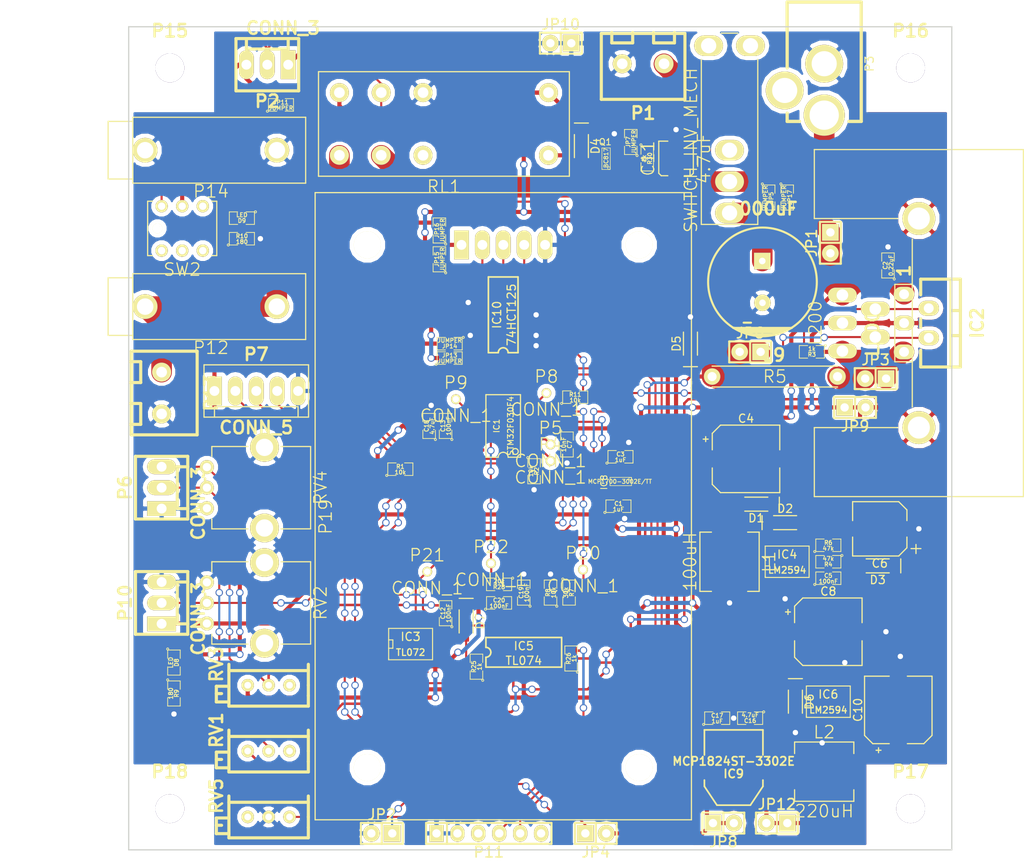
<source format=kicad_pcb>
(kicad_pcb (version 3) (host pcbnew "(2014-05-09 BZR 4859)-product")
  (layers (15 F.Cu signal) (0 B.Cu signal) (18 B.Paste user) (19 F.Paste user) (20 B.SilkS user) (21 F.SilkS user) (22 B.Mask user) (23 F.Mask user) (28 Edge.Cuts user))
  (net 0 "")
  (net 1 +3.3V)
  (net 2 GND)
  (net 3 +VIN)
  (net 4 +3.0VA)
  (net 5 -3.3V)
  (net 6 "Net-(C5-Pad2)")
  (net 7 +5V)
  (net 8 "Net-(C12-Pad1)")
  (net 9 "Net-(C12-Pad2)")
  (net 10 "Net-(C19-Pad1)")
  (net 11 /ICUR_MEAS)
  (net 12 "Net-(C20-Pad2)")
  (net 13 "Net-(D7-Pad1)")
  (net 14 "Net-(D8-Pad2)")
  (net 15 /OUT_ON)
  (net 16 "Net-(D9-Pad2)")
  (net 17 "Net-(IC1-Pad1)")
  (net 18 "Net-(IC1-Pad2)")
  (net 19 "Net-(IC1-Pad3)")
  (net 20 "Net-(IC1-Pad4)")
  (net 21 /VMEAS)
  (net 22 /ISET_MEAS)
  (net 23 "Net-(IC1-Pad9)")
  (net 24 /LOAD)
  (net 25 /SCK)
  (net 26 "Net-(IC1-Pad12)")
  (net 27 /SDO)
  (net 28 "Net-(IC1-Pad17)")
  (net 29 "Net-(IC1-Pad18)")
  (net 30 "Net-(IC1-Pad19)")
  (net 31 "Net-(IC1-Pad20)")
  (net 32 "Net-(IC2-Pad2)")
  (net 33 "Net-(IC4-Pad5)")
  (net 34 "Net-(IC5-Pad1)")
  (net 35 "Net-(IC5-Pad6)")
  (net 36 "Net-(IC5-Pad10)")
  (net 37 "Net-(IC10-Pad6)")
  (net 38 "Net-(IC10-Pad8)")
  (net 39 "Net-(IC10-Pad11)")
  (net 40 VCC)
  (net 41 "Net-(P2-Pad2)")
  (net 42 "Net-(Q1-Pad1)")
  (net 43 /5V_SW)
  (net 44 /LED_PWR)
  (net 45 /SWITCHED_OUT)
  (net 46 /OUT)
  (net 47 /OUT_SENSE)
  (net 48 /VIN_SW)
  (net 49 /A1)
  (net 50 /A2)
  (net 51 /RELAY_GND)
  (net 52 "Net-(P6-Pad2)")
  (net 53 /NEG3V3_SW)
  (net 54 /NEG3V3IN)
  (net 55 "Net-(IC1-Pad10)")
  (net 56 "Net-(IC10-Pad3)")
  (net 57 "Net-(P3-Pad3)")
  (net 58 "Net-(P11-Pad3)")
  (net 59 "Net-(P11-Pad6)")
  (net 60 "Net-(P15-Pad1)")
  (net 61 "Net-(P16-Pad1)")
  (net 62 "Net-(P17-Pad1)")
  (net 63 "Net-(P18-Pad1)")
  (net 64 "Net-(RL1-Pad1NC)")
  (net 65 "Net-(RV1-Pad1)")
  (net 66 "Net-(RV3-Pad1)")
  (net 67 "Net-(RV4-Pad3)")
  (net 68 "Net-(RV5-Pad3)")
  (net 69 "Net-(SW1-Pad1)")
  (net 70 "Net-(SW2-Pad1)")
  (net 71 "Net-(SW2-Pad4)")
  (net 72 "Net-(SW2-Pad5)")
  (net 73 "Net-(SW2-Pad6)")
  (module Nathan_THT:CUSTOM_8X7SEG_DISPLAY (layer F.Cu) (at 129 76.5 270)
    (fp_text reference P19 (at 33.02 5.08 270) (layer F.SilkS) (effects (font (size 1.5 1.5))))
    (fp_text value CONN_5 hide)
    (pad 1 thru_hole rect (at 0 -11.43 270) (size 3.5 1.8) (drill 1.2) (layers *.Cu *.Mask F.SilkS) (net 44 /LED_PWR))
    (pad "" np_thru_hole circle (at 0 0 270) (size 3.3 3.3) (drill 3.3) (layers *.Cu *.Mask F.SilkS))
    (pad "" np_thru_hole circle (at 0 -33.02 270) (size 3.3 3.3) (drill 3.3) (layers *.Cu *.Mask F.SilkS))
    (pad "" np_thru_hole circle (at 63.5 0 270) (size 3.3 3.3) (drill 3.3) (layers *.Cu *.Mask F.SilkS))
    (pad "" np_thru_hole circle (at 63.5 -33.02 270) (size 3.3 3.3) (drill 3.3) (layers *.Cu *.Mask F.SilkS))
    (pad 3 thru_hole oval (at 0 -16.51 270) (size 3.5 1.8) (drill 1.2) (layers *.Cu *.Mask F.SilkS) (net 38 "Net-(IC10-Pad8)"))
    (pad 2 thru_hole oval (at 0 -13.97 270) (size 3.5 1.8) (drill 1.2) (layers *.Cu *.Mask F.SilkS) (net 39 "Net-(IC10-Pad11)"))
    (pad 4 thru_hole oval (at 0 -19.05 270) (size 3.5 1.8) (drill 1.2) (layers *.Cu *.Mask F.SilkS) (net 37 "Net-(IC10-Pad6)"))
    (pad 5 thru_hole oval (at 0 -21.59 270) (size 3.5 1.8) (drill 1.2) (layers *.Cu *.Mask F.SilkS) (net 2 GND))
  )
  (module SMD_Packages:SM0805 (layer F.Cu) (at 159.5 108.25)
    (fp_text reference C1 (at 0 -0.3175) (layer F.SilkS) (effects (font (size 0.50038 0.50038) (thickness 0.10922))))
    (fp_text value 1uF (at 0 0.381) (layer F.SilkS) (effects (font (size 0.50038 0.50038) (thickness 0.10922))))
    (pad 1 smd rect (at -0.9525 0) (size 0.889 1.397) (layers F.Cu F.Paste F.Mask) (net 7 +5V))
    (pad 2 smd rect (at 0.9525 0) (size 0.889 1.397) (layers F.Cu F.Paste F.Mask) (net 2 GND))
  )
  (module SMD_Packages:SM0805 (layer F.Cu) (at 192.25 79 90)
    (fp_text reference C2 (at 0 -0.3175 90) (layer F.SilkS) (effects (font (size 0.50038 0.50038) (thickness 0.10922))))
    (fp_text value 0.22uF (at 0 0.381 90) (layer F.SilkS) (effects (font (size 0.50038 0.50038) (thickness 0.10922))))
    (pad 1 smd rect (at -0.9525 0 90) (size 0.889 1.397) (layers F.Cu F.Paste F.Mask) (net 3 +VIN))
    (pad 2 smd rect (at 0.9525 0 90) (size 0.889 1.397) (layers F.Cu F.Paste F.Mask) (net 2 GND))
  )
  (module SMD_Packages:SM0805 (layer F.Cu) (at 159.75 102.25)
    (fp_text reference C3 (at 0 -0.3175) (layer F.SilkS) (effects (font (size 0.50038 0.50038) (thickness 0.10922))))
    (fp_text value 1uF (at 0 0.381) (layer F.SilkS) (effects (font (size 0.50038 0.50038) (thickness 0.10922))))
    (pad 1 smd rect (at -0.9525 0) (size 0.889 1.397) (layers F.Cu F.Paste F.Mask) (net 4 +3.0VA))
    (pad 2 smd rect (at 0.9525 0) (size 0.889 1.397) (layers F.Cu F.Paste F.Mask) (net 2 GND))
  )
  (module Nathan_SMD:PANASONIC_F (layer F.Cu) (at 175 102.5 270)
    (fp_text reference C4 (at -4.9 0 360) (layer F.SilkS))
    (fp_text value 100uF hide)
    (pad 1 smd rect (at 0 3.45 270) (size 1.4 4) (layers F.Cu F.Paste F.Mask) (net 54 /NEG3V3IN))
    (pad 2 smd rect (at 0 -3.45 270) (size 1.4 4) (layers F.Cu F.Paste F.Mask) (net 5 -3.3V))
  )
  (module Nathan_SMD:PANASONIC_D (layer F.Cu) (at 191.25 111 90)
    (fp_text reference C6 (at -4.2 0 180) (layer F.SilkS))
    (fp_text value 47uF hide)
    (pad 1 smd rect (at 0 2.4 90) (size 1.2 3) (layers F.Cu F.Paste F.Mask) (net 2 GND))
    (pad 2 smd rect (at 0 -2.4 90) (size 1.2 3) (layers F.Cu F.Paste F.Mask) (net 5 -3.3V))
  )
  (module SMD_Packages:SM0805 (layer F.Cu) (at 153.25 100.75 270)
    (fp_text reference C7 (at 0 -0.3175 270) (layer F.SilkS) (effects (font (size 0.50038 0.50038) (thickness 0.10922))))
    (fp_text value 10nF (at 0 0.381 270) (layer F.SilkS) (effects (font (size 0.50038 0.50038) (thickness 0.10922))))
    (pad 1 smd rect (at -0.9525 0 270) (size 0.889 1.397) (layers F.Cu F.Paste F.Mask) (net 4 +3.0VA))
    (pad 2 smd rect (at 0.9525 0 270) (size 0.889 1.397) (layers F.Cu F.Paste F.Mask) (net 2 GND))
  )
  (module Nathan_SMD:PANASONIC_F (layer F.Cu) (at 185 123.5 270)
    (fp_text reference C8 (at -4.9 0 360) (layer F.SilkS))
    (fp_text value 100uF hide)
    (pad 1 smd rect (at 0 3.45 270) (size 1.4 4) (layers F.Cu F.Paste F.Mask) (net 3 +VIN))
    (pad 2 smd rect (at 0 -3.45 270) (size 1.4 4) (layers F.Cu F.Paste F.Mask) (net 2 GND))
  )
  (module Capacitors:CP_13x25mm (layer F.Cu) (at 177 81 180)
    (fp_text reference C9 (at -1.27 -8.89 180) (layer F.SilkS) (effects (font (thickness 0.3048))))
    (fp_text value 1000uF (at 0 8.89 180) (layer F.SilkS) (effects (font (thickness 0.3048))))
    (pad 1 thru_hole rect (at 0.0254 2.54 180) (size 1.99898 1.99898) (drill 0.8001) (layers *.Cu *.Mask F.SilkS) (net 3 +VIN))
    (pad 2 thru_hole circle (at 0 -2.54 180) (size 1.99898 1.99898) (drill 0.8001) (layers *.Cu *.Mask F.SilkS) (net 2 GND))
  )
  (module Nathan_SMD:PANASONIC_F (layer F.Cu) (at 193.5 133)
    (fp_text reference C10 (at -4.9 0 90) (layer F.SilkS))
    (fp_text value 100uF hide)
    (pad 1 smd rect (at 0 3.45) (size 1.4 4) (layers F.Cu F.Paste F.Mask) (net 7 +5V))
    (pad 2 smd rect (at 0 -3.45) (size 1.4 4) (layers F.Cu F.Paste F.Mask) (net 2 GND))
  )
  (module SMD_Packages:SM0805 (layer F.Cu) (at 138.5 121.25 90)
    (fp_text reference C12 (at 0 -0.3175 90) (layer F.SilkS) (effects (font (size 0.50038 0.50038) (thickness 0.10922))))
    (fp_text value 100nF (at 0 0.381 90) (layer F.SilkS) (effects (font (size 0.50038 0.50038) (thickness 0.10922))))
    (pad 1 smd rect (at -0.9525 0 90) (size 0.889 1.397) (layers F.Cu F.Paste F.Mask) (net 8 "Net-(C12-Pad1)"))
    (pad 2 smd rect (at 0.9525 0 90) (size 0.889 1.397) (layers F.Cu F.Paste F.Mask) (net 9 "Net-(C12-Pad2)"))
  )
  (module SMD_Packages:SM0805 (layer F.Cu) (at 138.5 98.5 90)
    (fp_text reference C13 (at 0 -0.3175 90) (layer F.SilkS) (effects (font (size 0.50038 0.50038) (thickness 0.10922))))
    (fp_text value 100nF (at 0 0.381 90) (layer F.SilkS) (effects (font (size 0.50038 0.50038) (thickness 0.10922))))
    (pad 1 smd rect (at -0.9525 0 90) (size 0.889 1.397) (layers F.Cu F.Paste F.Mask) (net 1 +3.3V))
    (pad 2 smd rect (at 0.9525 0 90) (size 0.889 1.397) (layers F.Cu F.Paste F.Mask) (net 2 GND))
  )
  (module SMD_Packages:SM0805 (layer F.Cu) (at 175.5 134 180)
    (fp_text reference C16 (at 0 -0.3175 180) (layer F.SilkS) (effects (font (size 0.50038 0.50038) (thickness 0.10922))))
    (fp_text value 4.7uF (at 0 0.381 180) (layer F.SilkS) (effects (font (size 0.50038 0.50038) (thickness 0.10922))))
    (pad 1 smd rect (at -0.9525 0 180) (size 0.889 1.397) (layers F.Cu F.Paste F.Mask) (net 7 +5V))
    (pad 2 smd rect (at 0.9525 0 180) (size 0.889 1.397) (layers F.Cu F.Paste F.Mask) (net 2 GND))
  )
  (module SMD_Packages:SM0805 (layer F.Cu) (at 171.5 134)
    (fp_text reference C17 (at 0 -0.3175) (layer F.SilkS) (effects (font (size 0.50038 0.50038) (thickness 0.10922))))
    (fp_text value 1uF (at 0 0.381) (layer F.SilkS) (effects (font (size 0.50038 0.50038) (thickness 0.10922))))
    (pad 1 smd rect (at -0.9525 0) (size 0.889 1.397) (layers F.Cu F.Paste F.Mask) (net 1 +3.3V))
    (pad 2 smd rect (at 0.9525 0) (size 0.889 1.397) (layers F.Cu F.Paste F.Mask) (net 2 GND))
  )
  (module SMD_Packages:SM0805 (layer F.Cu) (at 136.5 98.5 90)
    (fp_text reference C18 (at 0 -0.3175 90) (layer F.SilkS) (effects (font (size 0.50038 0.50038) (thickness 0.10922))))
    (fp_text value 4.7uF (at 0 0.381 90) (layer F.SilkS) (effects (font (size 0.50038 0.50038) (thickness 0.10922))))
    (pad 1 smd rect (at -0.9525 0 90) (size 0.889 1.397) (layers F.Cu F.Paste F.Mask) (net 1 +3.3V))
    (pad 2 smd rect (at 0.9525 0 90) (size 0.889 1.397) (layers F.Cu F.Paste F.Mask) (net 2 GND))
  )
  (module SMD_Packages:SM0805 (layer F.Cu) (at 148 118.75 90)
    (fp_text reference C19 (at 0 -0.3175 90) (layer F.SilkS) (effects (font (size 0.50038 0.50038) (thickness 0.10922))))
    (fp_text value 100nF (at 0 0.381 90) (layer F.SilkS) (effects (font (size 0.50038 0.50038) (thickness 0.10922))))
    (pad 1 smd rect (at -0.9525 0 90) (size 0.889 1.397) (layers F.Cu F.Paste F.Mask) (net 10 "Net-(C19-Pad1)"))
    (pad 2 smd rect (at 0.9525 0 90) (size 0.889 1.397) (layers F.Cu F.Paste F.Mask) (net 2 GND))
  )
  (module SMD_Packages:SM0805 (layer F.Cu) (at 145 120)
    (fp_text reference C20 (at 0 -0.3175) (layer F.SilkS) (effects (font (size 0.50038 0.50038) (thickness 0.10922))))
    (fp_text value 100nF (at 0 0.381) (layer F.SilkS) (effects (font (size 0.50038 0.50038) (thickness 0.10922))))
    (pad 1 smd rect (at -0.9525 0) (size 0.889 1.397) (layers F.Cu F.Paste F.Mask) (net 11 /ICUR_MEAS))
    (pad 2 smd rect (at 0.9525 0) (size 0.889 1.397) (layers F.Cu F.Paste F.Mask) (net 12 "Net-(C20-Pad2)"))
  )
  (module Nathan_SMD:SOD123 (layer F.Cu) (at 176.25 108 180)
    (fp_text reference D1 (at 0 -1.7 180) (layer F.SilkS))
    (fp_text value 1N5818 hide)
    (pad 1 smd rect (at 1.85 0 180) (size 1.2 0.7) (layers F.Cu F.Paste F.Mask) (net 3 +VIN))
    (pad 2 smd rect (at -1.85 0 180) (size 1.2 0.7) (layers F.Cu F.Paste F.Mask) (net 54 /NEG3V3IN))
  )
  (module Nathan_SMD:SOD123 (layer F.Cu) (at 179.75 110.25)
    (fp_text reference D2 (at 0 -1.7) (layer F.SilkS))
    (fp_text value 1N5819 hide)
    (pad 1 smd rect (at 1.85 0) (size 1.2 0.7) (layers F.Cu F.Paste F.Mask) (net 5 -3.3V))
    (pad 2 smd rect (at -1.85 0) (size 1.2 0.7) (layers F.Cu F.Paste F.Mask) (net 53 /NEG3V3_SW))
  )
  (module Nathan_SMD:SOD123 (layer F.Cu) (at 191 115.5 180)
    (fp_text reference D3 (at 0 -1.7 180) (layer F.SilkS))
    (fp_text value 1N4001 hide)
    (pad 1 smd rect (at 1.85 0 180) (size 1.2 0.7) (layers F.Cu F.Paste F.Mask) (net 5 -3.3V))
    (pad 2 smd rect (at -1.85 0 180) (size 1.2 0.7) (layers F.Cu F.Paste F.Mask) (net 2 GND))
  )
  (module Nathan_SMD:SOD123 (layer F.Cu) (at 155 64.5 270)
    (fp_text reference D4 (at 0 -1.7 270) (layer F.SilkS))
    (fp_text value 1N4001 hide)
    (pad 1 smd rect (at 1.85 0 270) (size 1.2 0.7) (layers F.Cu F.Paste F.Mask) (net 49 /A1))
    (pad 2 smd rect (at -1.85 0 270) (size 1.2 0.7) (layers F.Cu F.Paste F.Mask) (net 50 /A2))
  )
  (module Nathan_SMD:SOD123 (layer F.Cu) (at 168.25 88.5 90)
    (fp_text reference D5 (at 0 -1.7 90) (layer F.SilkS))
    (fp_text value 1N4001 hide)
    (pad 1 smd rect (at 1.85 0 90) (size 1.2 0.7) (layers F.Cu F.Paste F.Mask) (net 2 GND))
    (pad 2 smd rect (at -1.85 0 90) (size 1.2 0.7) (layers F.Cu F.Paste F.Mask) (net 46 /OUT))
  )
  (module Nathan_SMD:SOD123 (layer F.Cu) (at 181 132 270)
    (fp_text reference D6 (at 0 -1.7 270) (layer F.SilkS))
    (fp_text value 1N5819 hide)
    (pad 1 smd rect (at 1.85 0 270) (size 1.2 0.7) (layers F.Cu F.Paste F.Mask) (net 2 GND))
    (pad 2 smd rect (at -1.85 0 270) (size 1.2 0.7) (layers F.Cu F.Paste F.Mask) (net 43 /5V_SW))
  )
  (module Nathan_SMD:SOD123 (layer F.Cu) (at 141 122.25 270)
    (fp_text reference D7 (at 0 -1.7 270) (layer F.SilkS))
    (fp_text value 1N4001 hide)
    (pad 1 smd rect (at 1.85 0 270) (size 1.2 0.7) (layers F.Cu F.Paste F.Mask) (net 13 "Net-(D7-Pad1)"))
    (pad 2 smd rect (at -1.85 0 270) (size 1.2 0.7) (layers F.Cu F.Paste F.Mask) (net 9 "Net-(C12-Pad2)"))
  )
  (module SMD_Packages:SM0805 (layer F.Cu) (at 105.5 127.25 270)
    (fp_text reference D8 (at 0 -0.3175 270) (layer F.SilkS) (effects (font (size 0.50038 0.50038) (thickness 0.10922))))
    (fp_text value LED (at 0 0.381 270) (layer F.SilkS) (effects (font (size 0.50038 0.50038) (thickness 0.10922))))
    (pad 1 smd rect (at -0.9525 0 270) (size 0.889 1.397) (layers F.Cu F.Paste F.Mask) (net 1 +3.3V))
    (pad 2 smd rect (at 0.9525 0 270) (size 0.889 1.397) (layers F.Cu F.Paste F.Mask) (net 14 "Net-(D8-Pad2)"))
  )
  (module SMD_Packages:SM0805 (layer F.Cu) (at 113.75 73.25 180)
    (fp_text reference D9 (at 0 -0.3175 180) (layer F.SilkS) (effects (font (size 0.50038 0.50038) (thickness 0.10922))))
    (fp_text value LED (at 0 0.381 180) (layer F.SilkS) (effects (font (size 0.50038 0.50038) (thickness 0.10922))))
    (pad 1 smd rect (at -0.9525 0 180) (size 0.889 1.397) (layers F.Cu F.Paste F.Mask) (net 15 /OUT_ON))
    (pad 2 smd rect (at 0.9525 0 180) (size 0.889 1.397) (layers F.Cu F.Paste F.Mask) (net 16 "Net-(D9-Pad2)"))
  )
  (module SSOP_Packages:SSOP-20 (layer F.Cu) (at 145.5 98.5 90)
    (fp_text reference IC1 (at 0 -0.8 90) (layer F.SilkS) (effects (font (size 0.7 0.7) (thickness 0.12))))
    (fp_text value STM32F030F4 (at 0 0.9 90) (layer F.SilkS) (effects (font (size 0.7 0.7) (thickness 0.12))))
    (pad 1 smd rect (at -2.925 3 90) (size 0.4 1.4) (layers F.Cu F.Paste F.Mask) (net 17 "Net-(IC1-Pad1)"))
    (pad 2 smd rect (at -2.275 3 90) (size 0.4 1.4) (layers F.Cu F.Paste F.Mask) (net 18 "Net-(IC1-Pad2)"))
    (pad 3 smd rect (at -1.625 3 90) (size 0.4 1.4) (layers F.Cu F.Paste F.Mask) (net 19 "Net-(IC1-Pad3)"))
    (pad 4 smd rect (at -0.975 3 90) (size 0.4 1.4) (layers F.Cu F.Paste F.Mask) (net 20 "Net-(IC1-Pad4)"))
    (pad 5 smd rect (at -0.325 3 90) (size 0.4 1.4) (layers F.Cu F.Paste F.Mask) (net 4 +3.0VA))
    (pad 6 smd rect (at 0.325 3 90) (size 0.4 1.4) (layers F.Cu F.Paste F.Mask) (net 21 /VMEAS))
    (pad 7 smd rect (at 0.975 3 90) (size 0.4 1.4) (layers F.Cu F.Paste F.Mask) (net 22 /ISET_MEAS))
    (pad 8 smd rect (at 1.625 3 90) (size 0.4 1.4) (layers F.Cu F.Paste F.Mask) (net 11 /ICUR_MEAS))
    (pad 9 smd rect (at 2.275 3 90) (size 0.4 1.4) (layers F.Cu F.Paste F.Mask) (net 23 "Net-(IC1-Pad9)"))
    (pad 10 smd rect (at 2.925 3 90) (size 0.4 1.4) (layers F.Cu F.Paste F.Mask) (net 55 "Net-(IC1-Pad10)"))
    (pad 11 smd rect (at 2.925 -3 90) (size 0.4 1.4) (layers F.Cu F.Paste F.Mask) (net 25 /SCK))
    (pad 12 smd rect (at 2.275 -3 90) (size 0.4 1.4) (layers F.Cu F.Paste F.Mask) (net 26 "Net-(IC1-Pad12)"))
    (pad 13 smd rect (at 1.625 -3 90) (size 0.4 1.4) (layers F.Cu F.Paste F.Mask) (net 27 /SDO))
    (pad 14 smd rect (at 0.975 -3 90) (size 0.4 1.4) (layers F.Cu F.Paste F.Mask) (net 24 /LOAD))
    (pad 15 smd rect (at 0.325 -3 90) (size 0.4 1.4) (layers F.Cu F.Paste F.Mask) (net 2 GND))
    (pad 16 smd rect (at -0.325 -3 90) (size 0.4 1.4) (layers F.Cu F.Paste F.Mask) (net 1 +3.3V))
    (pad 17 smd rect (at -0.975 -3 90) (size 0.4 1.4) (layers F.Cu F.Paste F.Mask) (net 28 "Net-(IC1-Pad17)"))
    (pad 18 smd rect (at -1.625 -3 90) (size 0.4 1.4) (layers F.Cu F.Paste F.Mask) (net 29 "Net-(IC1-Pad18)"))
    (pad 19 smd rect (at -2.275 -3 90) (size 0.4 1.4) (layers F.Cu F.Paste F.Mask) (net 30 "Net-(IC1-Pad19)"))
    (pad 20 smd rect (at -2.925 -3 90) (size 0.4 1.4) (layers F.Cu F.Paste F.Mask) (net 31 "Net-(IC1-Pad20)"))
  )
  (module Pentawatts:Pentawatt_Neutral_Staggered_Verical_TO220-5-T05D (layer F.Cu) (at 198 86 270)
    (fp_text reference IC2 (at 0 -5.08 270) (layer F.SilkS) (effects (font (thickness 0.3048))))
    (fp_text value L200 (at 1.27 7.62 270) (layer F.SilkS) (effects (font (thickness 0.3048))))
    (fp_text user 1 (at -6.35 3.81 270) (layer F.SilkS) (effects (font (thickness 0.3048))))
    (pad 3 thru_hole oval (at 0 3.79984) (size 2.49936 1.80086) (drill 1.19888) (layers *.Cu *.Mask F.SilkS) (net 5 -3.3V))
    (pad 1 thru_hole oval (at -3.50012 3.79984) (size 2.49936 1.80086) (drill 1.19888) (layers *.Cu *.Mask F.SilkS) (net 3 +VIN))
    (pad 5 thru_hole oval (at 3.50012 3.79984) (size 2.49936 1.80086) (drill 1.19888) (layers *.Cu *.Mask F.SilkS) (net 47 /OUT_SENSE))
    (pad 4 thru_hole oval (at 1.80086 0.8001) (size 2.49936 1.80086) (drill 1.19888) (layers *.Cu *.Mask F.SilkS) (net 9 "Net-(C12-Pad2)"))
    (pad 2 thru_hole oval (at -1.80086 0.8001) (size 2.49936 1.80086) (drill 1.19888) (layers *.Cu *.Mask F.SilkS) (net 32 "Net-(IC2-Pad2)"))
  )
  (module SOIC_Packages:SOIC-8_N (layer F.Cu) (at 134.25 125)
    (fp_text reference IC3 (at 0 -0.889) (layer F.SilkS))
    (fp_text value TL072 (at 0 1.016) (layer F.SilkS) (effects (font (size 0.8 0.8))))
    (pad 8 smd rect (at -1.875 -2.7) (size 0.6 1.6) (layers F.Cu F.Paste F.Mask) (net 3 +VIN))
    (pad 1 smd rect (at -1.875 2.7) (size 0.6 1.6) (layers F.Cu F.Paste F.Mask) (net 13 "Net-(D7-Pad1)"))
    (pad 7 smd rect (at -0.625 -2.7) (size 0.6 1.6) (layers F.Cu F.Paste F.Mask) (net 22 /ISET_MEAS))
    (pad 6 smd rect (at 0.625 -2.7) (size 0.6 1.6) (layers F.Cu F.Paste F.Mask) (net 22 /ISET_MEAS))
    (pad 5 smd rect (at 1.875 -2.7) (size 0.6 1.6) (layers F.Cu F.Paste F.Mask) (net 8 "Net-(C12-Pad1)"))
    (pad 2 smd rect (at -0.625 2.7) (size 0.6 1.6) (layers F.Cu F.Paste F.Mask) (net 8 "Net-(C12-Pad1)"))
    (pad 3 smd rect (at 0.625 2.7) (size 0.6 1.6) (layers F.Cu F.Paste F.Mask) (net 11 /ICUR_MEAS))
    (pad 4 smd rect (at 1.875 2.7) (size 0.6 1.6) (layers F.Cu F.Paste F.Mask) (net 5 -3.3V))
  )
  (module SOIC_Packages:SOIC-8_N (layer F.Cu) (at 180 115)
    (fp_text reference IC4 (at 0 -0.889) (layer F.SilkS))
    (fp_text value LM2594 (at 0 1.016) (layer F.SilkS) (effects (font (size 0.8 0.8))))
    (pad 8 smd rect (at -1.875 -2.7) (size 0.6 1.6) (layers F.Cu F.Paste F.Mask) (net 53 /NEG3V3_SW))
    (pad 1 smd rect (at -1.875 2.7) (size 0.6 1.6) (layers F.Cu F.Paste F.Mask) (net 2 GND))
    (pad 7 smd rect (at -0.625 -2.7) (size 0.6 1.6) (layers F.Cu F.Paste F.Mask) (net 54 /NEG3V3IN))
    (pad 6 smd rect (at 0.625 -2.7) (size 0.6 1.6) (layers F.Cu F.Paste F.Mask) (net 5 -3.3V))
    (pad 5 smd rect (at 1.875 -2.7) (size 0.6 1.6) (layers F.Cu F.Paste F.Mask) (net 33 "Net-(IC4-Pad5)"))
    (pad 2 smd rect (at -0.625 2.7) (size 0.6 1.6) (layers F.Cu F.Paste F.Mask) (net 2 GND))
    (pad 3 smd rect (at 0.625 2.7) (size 0.6 1.6) (layers F.Cu F.Paste F.Mask) (net 2 GND))
    (pad 4 smd rect (at 1.875 2.7) (size 0.6 1.6) (layers F.Cu F.Paste F.Mask) (net 2 GND))
  )
  (module SOIC_Packages:SOIC-14_Narrow (layer F.Cu) (at 148 126)
    (fp_text reference IC5 (at 0 -0.762) (layer F.SilkS))
    (fp_text value TL074 (at 0 1.016) (layer F.SilkS))
    (pad 1 smd rect (at -3.81 2.7) (size 0.6 1.5) (layers F.Cu F.Paste F.Mask) (net 34 "Net-(IC5-Pad1)"))
    (pad 2 smd rect (at -2.54 2.7) (size 0.6 1.5) (layers F.Cu F.Paste F.Mask) (net 34 "Net-(IC5-Pad1)"))
    (pad 3 smd rect (at -1.27 2.7) (size 0.6 1.5) (layers F.Cu F.Paste F.Mask) (net 46 /OUT))
    (pad 4 smd rect (at 0 2.7) (size 0.6 1.5) (layers F.Cu F.Paste F.Mask) (net 3 +VIN))
    (pad 5 smd rect (at 1.27 2.7) (size 0.6 1.5) (layers F.Cu F.Paste F.Mask) (net 47 /OUT_SENSE))
    (pad 6 smd rect (at 2.54 2.7) (size 0.6 1.5) (layers F.Cu F.Paste F.Mask) (net 35 "Net-(IC5-Pad6)"))
    (pad 7 smd rect (at 3.81 2.7) (size 0.6 1.5) (layers F.Cu F.Paste F.Mask) (net 35 "Net-(IC5-Pad6)"))
    (pad 8 smd rect (at 3.81 -2.7) (size 0.6 1.5) (layers F.Cu F.Paste F.Mask) (net 21 /VMEAS))
    (pad 9 smd rect (at 2.54 -2.7) (size 0.6 1.5) (layers F.Cu F.Paste F.Mask) (net 21 /VMEAS))
    (pad 10 smd rect (at 1.27 -2.7) (size 0.6 1.5) (layers F.Cu F.Paste F.Mask) (net 36 "Net-(IC5-Pad10)"))
    (pad 11 smd rect (at 0 -2.7) (size 0.6 1.5) (layers F.Cu F.Paste F.Mask) (net 5 -3.3V))
    (pad 12 smd rect (at -1.27 -2.7) (size 0.6 1.5) (layers F.Cu F.Paste F.Mask) (net 10 "Net-(C19-Pad1)"))
    (pad 13 smd rect (at -2.54 -2.7) (size 0.6 1.5) (layers F.Cu F.Paste F.Mask) (net 12 "Net-(C20-Pad2)"))
    (pad 14 smd rect (at -3.81 -2.7) (size 0.6 1.5) (layers F.Cu F.Paste F.Mask) (net 11 /ICUR_MEAS))
  )
  (module SOIC_Packages:SOIC-8_N (layer F.Cu) (at 185 132)
    (fp_text reference IC6 (at 0 -0.889) (layer F.SilkS))
    (fp_text value LM2594 (at 0 1.016) (layer F.SilkS) (effects (font (size 0.8 0.8))))
    (pad 8 smd rect (at -1.875 -2.7) (size 0.6 1.6) (layers F.Cu F.Paste F.Mask) (net 43 /5V_SW))
    (pad 1 smd rect (at -1.875 2.7) (size 0.6 1.6) (layers F.Cu F.Paste F.Mask) (net 2 GND))
    (pad 7 smd rect (at -0.625 -2.7) (size 0.6 1.6) (layers F.Cu F.Paste F.Mask) (net 3 +VIN))
    (pad 6 smd rect (at 0.625 -2.7) (size 0.6 1.6) (layers F.Cu F.Paste F.Mask) (net 2 GND))
    (pad 5 smd rect (at 1.875 -2.7) (size 0.6 1.6) (layers F.Cu F.Paste F.Mask) (net 2 GND))
    (pad 2 smd rect (at -0.625 2.7) (size 0.6 1.6) (layers F.Cu F.Paste F.Mask) (net 2 GND))
    (pad 3 smd rect (at 0.625 2.7) (size 0.6 1.6) (layers F.Cu F.Paste F.Mask) (net 2 GND))
    (pad 4 smd rect (at 1.875 2.7) (size 0.6 1.6) (layers F.Cu F.Paste F.Mask) (net 7 +5V))
  )
  (module SMD_Packages:SOT23 (layer F.Cu) (at 159.75 105.25 180)
    (fp_text reference IC8 (at 1.99898 -0.09906 270) (layer F.SilkS) (effects (font (size 0.762 0.762) (thickness 0.11938))))
    (fp_text value MCP1700-3002E/TT (at 0.0635 0 180) (layer F.SilkS) (effects (font (size 0.50038 0.50038) (thickness 0.09906))))
    (pad 3 smd rect (at 0 -1.09982 180) (size 0.8001 1.00076) (layers F.Cu F.Paste F.Mask) (net 7 +5V))
    (pad 2 smd rect (at 0.9525 1.09982 180) (size 0.8001 1.00076) (layers F.Cu F.Paste F.Mask) (net 4 +3.0VA))
    (pad 1 smd rect (at -0.9525 1.09982 180) (size 0.8001 1.00076) (layers F.Cu F.Paste F.Mask) (net 2 GND))
  )
  (module SMD_Packages:SOT223 (layer F.Cu) (at 173.5 140 180)
    (fp_text reference IC9 (at 0 -0.762 180) (layer F.SilkS) (effects (font (size 1.016 1.016) (thickness 0.2032))))
    (fp_text value MCP1824ST-3302E (at 0 0.762 180) (layer F.SilkS) (effects (font (size 1.016 1.016) (thickness 0.2032))))
    (pad 4 smd rect (at 0 -3.302 180) (size 3.6576 2.032) (layers F.Cu F.Paste F.Mask) (net 2 GND))
    (pad 2 smd rect (at 0 3.302 180) (size 1.016 2.032) (layers F.Cu F.Paste F.Mask) (net 2 GND))
    (pad 3 smd rect (at 2.286 3.302 180) (size 1.016 2.032) (layers F.Cu F.Paste F.Mask) (net 1 +3.3V))
    (pad 1 smd rect (at -2.286 3.302 180) (size 1.016 2.032) (layers F.Cu F.Paste F.Mask) (net 7 +5V))
  )
  (module SOIC_Packages:SOIC-14_Narrow (layer F.Cu) (at 145.5 85 90)
    (fp_text reference IC10 (at 0 -0.762 90) (layer F.SilkS))
    (fp_text value 74HCT125 (at 0 1.016 90) (layer F.SilkS))
    (pad 1 smd rect (at -3.81 2.7 90) (size 0.6 1.5) (layers F.Cu F.Paste F.Mask) (net 2 GND))
    (pad 2 smd rect (at -2.54 2.7 90) (size 0.6 1.5) (layers F.Cu F.Paste F.Mask) (net 2 GND))
    (pad 3 smd rect (at -1.27 2.7 90) (size 0.6 1.5) (layers F.Cu F.Paste F.Mask) (net 56 "Net-(IC10-Pad3)"))
    (pad 4 smd rect (at 0 2.7 90) (size 0.6 1.5) (layers F.Cu F.Paste F.Mask) (net 2 GND))
    (pad 5 smd rect (at 1.27 2.7 90) (size 0.6 1.5) (layers F.Cu F.Paste F.Mask) (net 27 /SDO))
    (pad 6 smd rect (at 2.54 2.7 90) (size 0.6 1.5) (layers F.Cu F.Paste F.Mask) (net 37 "Net-(IC10-Pad6)"))
    (pad 7 smd rect (at 3.81 2.7 90) (size 0.6 1.5) (layers F.Cu F.Paste F.Mask) (net 2 GND))
    (pad 8 smd rect (at 3.81 -2.7 90) (size 0.6 1.5) (layers F.Cu F.Paste F.Mask) (net 38 "Net-(IC10-Pad8)"))
    (pad 9 smd rect (at 2.54 -2.7 90) (size 0.6 1.5) (layers F.Cu F.Paste F.Mask) (net 25 /SCK))
    (pad 10 smd rect (at 1.27 -2.7 90) (size 0.6 1.5) (layers F.Cu F.Paste F.Mask) (net 2 GND))
    (pad 11 smd rect (at 0 -2.7 90) (size 0.6 1.5) (layers F.Cu F.Paste F.Mask) (net 39 "Net-(IC10-Pad11)"))
    (pad 12 smd rect (at -1.27 -2.7 90) (size 0.6 1.5) (layers F.Cu F.Paste F.Mask) (net 24 /LOAD))
    (pad 13 smd rect (at -2.54 -2.7 90) (size 0.6 1.5) (layers F.Cu F.Paste F.Mask) (net 2 GND))
    (pad 14 smd rect (at -3.81 -2.7 90) (size 0.6 1.5) (layers F.Cu F.Paste F.Mask) (net 40 VCC))
  )
  (module Socket_Strips:Socket_Strip_Straight_1x02 (layer F.Cu) (at 185.25 76.25 90)
    (fp_text reference JP1 (at 0 -2.286 90) (layer F.SilkS) (effects (font (size 1.27 1.27) (thickness 0.2032))))
    (fp_text value JUMPER hide)
    (pad 1 thru_hole rect (at 1.27 0 270) (size 2.032 2.032) (drill 1.016) (layers *.Cu *.Mask F.SilkS) (net 3 +VIN))
    (pad 2 thru_hole oval (at -1.27 0 270) (size 2.032 2.032) (drill 1.016) (layers *.Cu *.Mask F.SilkS) (net 3 +VIN))
  )
  (module Socket_Strips:Socket_Strip_Straight_1x02 (layer F.Cu) (at 130.75 148)
    (fp_text reference JP2 (at 0 -2.286) (layer F.SilkS) (effects (font (size 1.27 1.27) (thickness 0.2032))))
    (fp_text value RESET hide)
    (pad 1 thru_hole rect (at 1.27 0 180) (size 2.032 2.032) (drill 1.016) (layers *.Cu *.Mask F.SilkS) (net 20 "Net-(IC1-Pad4)"))
    (pad 2 thru_hole oval (at -1.27 0 180) (size 2.032 2.032) (drill 1.016) (layers *.Cu *.Mask F.SilkS) (net 2 GND))
  )
  (module Socket_Strips:Socket_Strip_Straight_1x02 (layer F.Cu) (at 190.75 92.75)
    (fp_text reference JP3 (at 0 -2.286) (layer F.SilkS) (effects (font (size 1.27 1.27) (thickness 0.2032))))
    (fp_text value JUMPER hide)
    (pad 1 thru_hole rect (at 1.27 0 180) (size 2.032 2.032) (drill 1.016) (layers *.Cu *.Mask F.SilkS) (net 47 /OUT_SENSE))
    (pad 2 thru_hole oval (at -1.27 0 180) (size 2.032 2.032) (drill 1.016) (layers *.Cu *.Mask F.SilkS) (net 47 /OUT_SENSE))
  )
  (module Socket_Strips:Socket_Strip_Straight_1x02 (layer F.Cu) (at 156.75 148 180)
    (fp_text reference JP4 (at 0 -2.286 180) (layer F.SilkS) (effects (font (size 1.27 1.27) (thickness 0.2032))))
    (fp_text value PROG hide)
    (pad 1 thru_hole rect (at 1.27 0) (size 2.032 2.032) (drill 1.016) (layers *.Cu *.Mask F.SilkS) (net 17 "Net-(IC1-Pad1)"))
    (pad 2 thru_hole oval (at -1.27 0) (size 2.032 2.032) (drill 1.016) (layers *.Cu *.Mask F.SilkS) (net 1 +3.3V))
  )
  (module Socket_Strips:Socket_Strip_Straight_1x02 (layer F.Cu) (at 175.5 89.5)
    (fp_text reference JP6 (at 0 -2.286) (layer F.SilkS) (effects (font (size 1.27 1.27) (thickness 0.2032))))
    (fp_text value JUMPER hide)
    (pad 1 thru_hole rect (at 1.27 0 180) (size 2.032 2.032) (drill 1.016) (layers *.Cu *.Mask F.SilkS) (net 46 /OUT))
    (pad 2 thru_hole oval (at -1.27 0 180) (size 2.032 2.032) (drill 1.016) (layers *.Cu *.Mask F.SilkS) (net 46 /OUT))
  )
  (module Socket_Strips:Socket_Strip_Straight_1x02 (layer F.Cu) (at 172.25 146.75 180)
    (fp_text reference JP8 (at 0 -2.286 180) (layer F.SilkS) (effects (font (size 1.27 1.27) (thickness 0.2032))))
    (fp_text value JUMPER hide)
    (pad 1 thru_hole rect (at 1.27 0) (size 2.032 2.032) (drill 1.016) (layers *.Cu *.Mask F.SilkS) (net 1 +3.3V))
    (pad 2 thru_hole oval (at -1.27 0) (size 2.032 2.032) (drill 1.016) (layers *.Cu *.Mask F.SilkS) (net 1 +3.3V))
  )
  (module Socket_Strips:Socket_Strip_Straight_1x02 (layer F.Cu) (at 188.25 96.25 180)
    (fp_text reference JP9 (at 0 -2.286 180) (layer F.SilkS) (effects (font (size 1.27 1.27) (thickness 0.2032))))
    (fp_text value JUMPER hide)
    (pad 1 thru_hole rect (at 1.27 0) (size 2.032 2.032) (drill 1.016) (layers *.Cu *.Mask F.SilkS) (net 5 -3.3V))
    (pad 2 thru_hole oval (at -1.27 0) (size 2.032 2.032) (drill 1.016) (layers *.Cu *.Mask F.SilkS) (net 5 -3.3V))
  )
  (module Socket_Strips:Socket_Strip_Straight_1x02 (layer F.Cu) (at 152.5 52)
    (fp_text reference JP10 (at 0 -2.286) (layer F.SilkS) (effects (font (size 1.27 1.27) (thickness 0.2032))))
    (fp_text value JUMPER hide)
    (pad 1 thru_hole rect (at 1.27 0 180) (size 2.032 2.032) (drill 1.016) (layers *.Cu *.Mask F.SilkS) (net 2 GND))
    (pad 2 thru_hole oval (at -1.27 0 180) (size 2.032 2.032) (drill 1.016) (layers *.Cu *.Mask F.SilkS) (net 2 GND))
  )
  (module Nathan_SMD:MURATA_4500 (layer F.Cu) (at 173 115 270)
    (fp_text reference L1 (at 0 -4.8 270) (layer F.SilkS) (effects (font (size 1.5 1.5))))
    (fp_text value 100uH (at 0 4.8 270) (layer F.SilkS) (effects (font (size 1.5 1.5))))
    (pad 1 smd rect (at -3 0 270) (size 2.5 3.25) (layers F.Cu F.Paste F.Mask) (net 53 /NEG3V3_SW))
    (pad 2 smd rect (at 3 0 270) (size 2.5 3.25) (layers F.Cu F.Paste F.Mask) (net 2 GND))
  )
  (module Nathan_SMD:MURATA_4500 (layer F.Cu) (at 184.5 140.5)
    (fp_text reference L2 (at 0 -4.8) (layer F.SilkS) (effects (font (size 1.5 1.5))))
    (fp_text value 220uH (at 0 4.8) (layer F.SilkS) (effects (font (size 1.5 1.5))))
    (pad 1 smd rect (at -3 0) (size 2.5 3.25) (layers F.Cu F.Paste F.Mask) (net 43 /5V_SW))
    (pad 2 smd rect (at 3 0) (size 2.5 3.25) (layers F.Cu F.Paste F.Mask) (net 7 +5V))
  )
  (module Nathan_THT:SCREW_TERM (layer F.Cu) (at 162.5 54.5 180)
    (fp_text reference P1 (at 0 -6 180) (layer F.SilkS) (effects (font (thickness 0.3048))))
    (fp_text value CONN_2 hide)
    (pad 1 thru_hole circle (at -2.54 0 180) (size 2.3 2.3) (drill 1.3) (layers *.Cu *.Mask F.SilkS) (net 48 /VIN_SW))
    (pad 2 thru_hole circle (at 2.54 0 180) (size 2.3 2.3) (drill 1.3) (layers *.Cu *.Mask F.SilkS) (net 2 GND))
  )
  (module Nathan_THT:DC_JACK_SWC_RAPC712X (layer F.Cu) (at 184.5 47 270)
    (fp_text reference P3 (at 7.5 -5.5 270) (layer F.SilkS))
    (fp_text value DC_JACK hide)
    (pad 1 thru_hole circle (at 13.74 0 270) (size 5 5) (drill 3.56) (layers *.Cu *.Mask F.SilkS) (net 48 /VIN_SW))
    (pad 2 thru_hole circle (at 7.49 0 270) (size 4.6 4.6) (drill 3.05) (layers *.Cu *.Mask F.SilkS) (net 2 GND))
    (pad 3 thru_hole circle (at 10.74 4.8 270) (size 4.6 4.6) (drill 3.05) (layers *.Cu *.Mask F.SilkS) (net 57 "Net-(P3-Pad3)"))
  )
  (module Socket_Strips:Socket_Strip_Straight_1x06 (layer F.Cu) (at 143.75 148 180)
    (fp_text reference P11 (at 0 -2.286 180) (layer F.SilkS) (effects (font (size 1.27 1.27) (thickness 0.2032))))
    (fp_text value CONN_6 hide)
    (pad 1 thru_hole rect (at 6.35 0) (size 1.7272 2.032) (drill 1.016) (layers *.Cu *.Mask F.SilkS) (net 2 GND))
    (pad 2 thru_hole oval (at 3.81 0) (size 1.7272 2.032) (drill 1.016) (layers *.Cu *.Mask F.SilkS) (net 2 GND))
    (pad 3 thru_hole oval (at 1.27 0) (size 1.7272 2.032) (drill 1.016) (layers *.Cu *.Mask F.SilkS) (net 58 "Net-(P11-Pad3)"))
    (pad 4 thru_hole oval (at -1.27 0) (size 1.7272 2.032) (drill 1.016) (layers *.Cu *.Mask F.SilkS) (net 29 "Net-(IC1-Pad18)"))
    (pad 5 thru_hole oval (at -3.81 0) (size 1.7272 2.032) (drill 1.016) (layers *.Cu *.Mask F.SilkS) (net 28 "Net-(IC1-Pad17)"))
    (pad 6 thru_hole oval (at -6.35 0) (size 1.7272 2.032) (drill 1.016) (layers *.Cu *.Mask F.SilkS) (net 59 "Net-(P11-Pad6)"))
  )
  (module Nathan_THT:4MM_SOCKET_PCB (layer F.Cu) (at 110 84 180)
    (fp_text reference P12 (at 0 -5 180) (layer F.SilkS) (effects (font (size 1.5 1.5))))
    (fp_text value CONN_1 hide)
    (pad 1 thru_hole circle (at -8 0 180) (size 3 3) (drill 2) (layers *.Cu *.Mask F.SilkS) (net 45 /SWITCHED_OUT))
    (pad 1 thru_hole circle (at 8 0 180) (size 3 3) (drill 2) (layers *.Cu *.Mask F.SilkS) (net 45 /SWITCHED_OUT))
  )
  (module Nathan_THT:SCREW_TERM (layer F.Cu) (at 104 94.5 270)
    (fp_text reference P13 (at 0 -6 270) (layer F.SilkS) (effects (font (thickness 0.3048))))
    (fp_text value CONN_2 hide)
    (pad 1 thru_hole circle (at -2.54 0 270) (size 2.3 2.3) (drill 1.3) (layers *.Cu *.Mask F.SilkS) (net 45 /SWITCHED_OUT))
    (pad 2 thru_hole circle (at 2.54 0 270) (size 2.3 2.3) (drill 1.3) (layers *.Cu *.Mask F.SilkS) (net 2 GND))
  )
  (module Nathan_THT:4MM_SOCKET_PCB (layer F.Cu) (at 110 65 180)
    (fp_text reference P14 (at 0 -5 180) (layer F.SilkS) (effects (font (size 1.5 1.5))))
    (fp_text value CONN_1 hide)
    (pad 1 thru_hole circle (at -8 0 180) (size 3 3) (drill 2) (layers *.Cu *.Mask F.SilkS) (net 2 GND))
    (pad 1 thru_hole circle (at 8 0 180) (size 3 3) (drill 2) (layers *.Cu *.Mask F.SilkS) (net 2 GND))
  )
  (module Mounting_Holes:MountingHole_3-5mm (layer F.Cu) (at 105 55)
    (fp_text reference P15 (at 0 -4.50088) (layer F.SilkS) (effects (font (thickness 0.3048))))
    (fp_text value CONN_1 hide)
    (pad 1 thru_hole circle (at 0 0) (size 3.50012 3.50012) (drill 3.50012) (layers) (net 60 "Net-(P15-Pad1)"))
  )
  (module Mounting_Holes:MountingHole_3-5mm (layer F.Cu) (at 195 55)
    (fp_text reference P16 (at 0 -4.50088) (layer F.SilkS) (effects (font (thickness 0.3048))))
    (fp_text value CONN_1 hide)
    (pad 1 thru_hole circle (at 0 0) (size 3.50012 3.50012) (drill 3.50012) (layers) (net 61 "Net-(P16-Pad1)"))
  )
  (module Mounting_Holes:MountingHole_3-5mm (layer F.Cu) (at 195 145)
    (fp_text reference P17 (at 0 -4.50088) (layer F.SilkS) (effects (font (thickness 0.3048))))
    (fp_text value CONN_1 hide)
    (pad 1 thru_hole circle (at 0 0) (size 3.50012 3.50012) (drill 3.50012) (layers) (net 62 "Net-(P17-Pad1)"))
  )
  (module Mounting_Holes:MountingHole_3-5mm (layer F.Cu) (at 105 145)
    (fp_text reference P18 (at 0 -4.50088) (layer F.SilkS) (effects (font (thickness 0.3048))))
    (fp_text value CONN_1 hide)
    (pad 1 thru_hole circle (at 0 0) (size 3.50012 3.50012) (drill 3.50012) (layers) (net 63 "Net-(P18-Pad1)"))
  )
  (module SMD_Packages:SOT23 (layer F.Cu) (at 158 66 90)
    (fp_text reference Q1 (at 1.99898 -0.09906 180) (layer F.SilkS) (effects (font (size 0.762 0.762) (thickness 0.11938))))
    (fp_text value BC817 (at 0.0635 0 90) (layer F.SilkS) (effects (font (size 0.50038 0.50038) (thickness 0.09906))))
    (pad 3 smd rect (at 0 -1.09982 90) (size 0.8001 1.00076) (layers F.Cu F.Paste F.Mask) (net 49 /A1))
    (pad 2 smd rect (at 0.9525 1.09982 90) (size 0.8001 1.00076) (layers F.Cu F.Paste F.Mask) (net 51 /RELAY_GND))
    (pad 1 smd rect (at -0.9525 1.09982 90) (size 0.8001 1.00076) (layers F.Cu F.Paste F.Mask) (net 42 "Net-(Q1-Pad1)"))
  )
  (module SMD_Packages:SM0805 (layer F.Cu) (at 133 103.75)
    (fp_text reference R1 (at 0 -0.3175) (layer F.SilkS) (effects (font (size 0.50038 0.50038) (thickness 0.10922))))
    (fp_text value 10k (at 0 0.381) (layer F.SilkS) (effects (font (size 0.50038 0.50038) (thickness 0.10922))))
    (pad 1 smd rect (at -0.9525 0) (size 0.889 1.397) (layers F.Cu F.Paste F.Mask) (net 1 +3.3V))
    (pad 2 smd rect (at 0.9525 0) (size 0.889 1.397) (layers F.Cu F.Paste F.Mask) (net 20 "Net-(IC1-Pad4)"))
  )
  (module SMD_Packages:SM0805 (layer F.Cu) (at 149.25 104 270)
    (fp_text reference R2 (at 0 -0.3175 270) (layer F.SilkS) (effects (font (size 0.50038 0.50038) (thickness 0.10922))))
    (fp_text value 10k (at 0 0.381 270) (layer F.SilkS) (effects (font (size 0.50038 0.50038) (thickness 0.10922))))
    (pad 1 smd rect (at -0.9525 0 270) (size 0.889 1.397) (layers F.Cu F.Paste F.Mask) (net 17 "Net-(IC1-Pad1)"))
    (pad 2 smd rect (at 0.9525 0 270) (size 0.889 1.397) (layers F.Cu F.Paste F.Mask) (net 2 GND))
  )
  (module SMD_Packages:SM0805 (layer F.Cu) (at 183 89.5 180)
    (fp_text reference R3 (at 0 -0.3175 180) (layer F.SilkS) (effects (font (size 0.50038 0.50038) (thickness 0.10922))))
    (fp_text value 1k (at 0 0.381 180) (layer F.SilkS) (effects (font (size 0.50038 0.50038) (thickness 0.10922))))
    (pad 1 smd rect (at -0.9525 0 180) (size 0.889 1.397) (layers F.Cu F.Paste F.Mask) (net 47 /OUT_SENSE))
    (pad 2 smd rect (at 0.9525 0 180) (size 0.889 1.397) (layers F.Cu F.Paste F.Mask) (net 32 "Net-(IC2-Pad2)"))
  )
  (module SMD_Packages:SM0805 (layer F.Cu) (at 185 115 180)
    (fp_text reference R4 (at 0 -0.3175 180) (layer F.SilkS) (effects (font (size 0.50038 0.50038) (thickness 0.10922))))
    (fp_text value 47k (at 0 0.381 180) (layer F.SilkS) (effects (font (size 0.50038 0.50038) (thickness 0.10922))))
    (pad 1 smd rect (at -0.9525 0 180) (size 0.889 1.397) (layers F.Cu F.Paste F.Mask) (net 6 "Net-(C5-Pad2)"))
    (pad 2 smd rect (at 0.9525 0 180) (size 0.889 1.397) (layers F.Cu F.Paste F.Mask) (net 33 "Net-(IC4-Pad5)"))
  )
  (module Nathan_THT:PWR4412-2SCR1000F (layer F.Cu) (at 178.5 92.5 90)
    (fp_text reference R5 (at 0 0 180) (layer F.SilkS) (effects (font (size 1.5 1.5))))
    (fp_text value 0.1 hide)
    (pad 1 thru_hole circle (at 0 7.62 90) (size 2 2) (drill 1.1) (layers *.Cu *.Mask F.SilkS) (net 47 /OUT_SENSE))
    (pad 2 thru_hole circle (at 0 -7.62 90) (size 2 2) (drill 1.1) (layers *.Cu *.Mask F.SilkS) (net 46 /OUT))
  )
  (module SMD_Packages:SM0805 (layer F.Cu) (at 185 113)
    (fp_text reference R6 (at 0 -0.3175) (layer F.SilkS) (effects (font (size 0.50038 0.50038) (thickness 0.10922))))
    (fp_text value 47k (at 0 0.381) (layer F.SilkS) (effects (font (size 0.50038 0.50038) (thickness 0.10922))))
    (pad 1 smd rect (at -0.9525 0) (size 0.889 1.397) (layers F.Cu F.Paste F.Mask) (net 33 "Net-(IC4-Pad5)"))
    (pad 2 smd rect (at 0.9525 0) (size 0.889 1.397) (layers F.Cu F.Paste F.Mask) (net 5 -3.3V))
  )
  (module SMD_Packages:SM0805 (layer F.Cu) (at 153.5 118.75 270)
    (fp_text reference R7 (at 0 -0.3175 270) (layer F.SilkS) (effects (font (size 0.50038 0.50038) (thickness 0.10922))))
    (fp_text value 30k (at 0 0.381 270) (layer F.SilkS) (effects (font (size 0.50038 0.50038) (thickness 0.10922))))
    (pad 1 smd rect (at -0.9525 0 270) (size 0.889 1.397) (layers F.Cu F.Paste F.Mask) (net 46 /OUT))
    (pad 2 smd rect (at 0.9525 0 270) (size 0.889 1.397) (layers F.Cu F.Paste F.Mask) (net 36 "Net-(IC5-Pad10)"))
  )
  (module SMD_Packages:SM0805 (layer F.Cu) (at 151.25 118.75 90)
    (fp_text reference R8 (at 0 -0.3175 90) (layer F.SilkS) (effects (font (size 0.50038 0.50038) (thickness 0.10922))))
    (fp_text value 10k (at 0 0.381 90) (layer F.SilkS) (effects (font (size 0.50038 0.50038) (thickness 0.10922))))
    (pad 1 smd rect (at -0.9525 0 90) (size 0.889 1.397) (layers F.Cu F.Paste F.Mask) (net 36 "Net-(IC5-Pad10)"))
    (pad 2 smd rect (at 0.9525 0 90) (size 0.889 1.397) (layers F.Cu F.Paste F.Mask) (net 2 GND))
  )
  (module SMD_Packages:SM0805 (layer F.Cu) (at 105.5 131 270)
    (fp_text reference R9 (at 0 -0.3175 270) (layer F.SilkS) (effects (font (size 0.50038 0.50038) (thickness 0.10922))))
    (fp_text value 180 (at 0 0.381 270) (layer F.SilkS) (effects (font (size 0.50038 0.50038) (thickness 0.10922))))
    (pad 1 smd rect (at -0.9525 0 270) (size 0.889 1.397) (layers F.Cu F.Paste F.Mask) (net 14 "Net-(D8-Pad2)"))
    (pad 2 smd rect (at 0.9525 0 270) (size 0.889 1.397) (layers F.Cu F.Paste F.Mask) (net 2 GND))
  )
  (module SMD_Packages:SM0805 (layer F.Cu) (at 113.75 75.75)
    (fp_text reference R10 (at 0 -0.3175) (layer F.SilkS) (effects (font (size 0.50038 0.50038) (thickness 0.10922))))
    (fp_text value 180 (at 0 0.381) (layer F.SilkS) (effects (font (size 0.50038 0.50038) (thickness 0.10922))))
    (pad 1 smd rect (at -0.9525 0) (size 0.889 1.397) (layers F.Cu F.Paste F.Mask) (net 16 "Net-(D9-Pad2)"))
    (pad 2 smd rect (at 0.9525 0) (size 0.889 1.397) (layers F.Cu F.Paste F.Mask) (net 2 GND))
  )
  (module SMD_Packages:SM0805 (layer F.Cu) (at 154.25 95)
    (fp_text reference R11 (at 0 -0.3175) (layer F.SilkS) (effects (font (size 0.50038 0.50038) (thickness 0.10922))))
    (fp_text value 10k (at 0 0.381) (layer F.SilkS) (effects (font (size 0.50038 0.50038) (thickness 0.10922))))
    (pad 1 smd rect (at -0.9525 0) (size 0.889 1.397) (layers F.Cu F.Paste F.Mask) (net 23 "Net-(IC1-Pad9)"))
    (pad 2 smd rect (at 0.9525 0) (size 0.889 1.397) (layers F.Cu F.Paste F.Mask) (net 15 /OUT_ON))
  )
  (module SMD_Packages:SM0805 (layer F.Cu) (at 142.25 127.75 90)
    (fp_text reference R25 (at 0 -0.3175 90) (layer F.SilkS) (effects (font (size 0.50038 0.50038) (thickness 0.10922))))
    (fp_text value 1k (at 0 0.381 90) (layer F.SilkS) (effects (font (size 0.50038 0.50038) (thickness 0.10922))))
    (pad 1 smd rect (at -0.9525 0 90) (size 0.889 1.397) (layers F.Cu F.Paste F.Mask) (net 34 "Net-(IC5-Pad1)"))
    (pad 2 smd rect (at 0.9525 0 90) (size 0.889 1.397) (layers F.Cu F.Paste F.Mask) (net 12 "Net-(C20-Pad2)"))
  )
  (module SMD_Packages:SM0805 (layer F.Cu) (at 153.75 126.75 90)
    (fp_text reference R26 (at 0 -0.3175 90) (layer F.SilkS) (effects (font (size 0.50038 0.50038) (thickness 0.10922))))
    (fp_text value 1k (at 0 0.381 90) (layer F.SilkS) (effects (font (size 0.50038 0.50038) (thickness 0.10922))))
    (pad 1 smd rect (at -0.9525 0 90) (size 0.889 1.397) (layers F.Cu F.Paste F.Mask) (net 35 "Net-(IC5-Pad6)"))
    (pad 2 smd rect (at 0.9525 0 90) (size 0.889 1.397) (layers F.Cu F.Paste F.Mask) (net 10 "Net-(C19-Pad1)"))
  )
  (module SMD_Packages:SM0805 (layer F.Cu) (at 145 117.75 180)
    (fp_text reference R28 (at 0 -0.3175 180) (layer F.SilkS) (effects (font (size 0.50038 0.50038) (thickness 0.10922))))
    (fp_text value 20k (at 0 0.381 180) (layer F.SilkS) (effects (font (size 0.50038 0.50038) (thickness 0.10922))))
    (pad 1 smd rect (at -0.9525 0 180) (size 0.889 1.397) (layers F.Cu F.Paste F.Mask) (net 12 "Net-(C20-Pad2)"))
    (pad 2 smd rect (at 0.9525 0 180) (size 0.889 1.397) (layers F.Cu F.Paste F.Mask) (net 11 /ICUR_MEAS))
  )
  (module SMD_Packages:SM0805 (layer F.Cu) (at 163 66 270)
    (fp_text reference R30 (at 0 -0.3175 270) (layer F.SilkS) (effects (font (size 0.50038 0.50038) (thickness 0.10922))))
    (fp_text value 1k (at 0 0.381 270) (layer F.SilkS) (effects (font (size 0.50038 0.50038) (thickness 0.10922))))
    (pad 1 smd rect (at -0.9525 0 270) (size 0.889 1.397) (layers F.Cu F.Paste F.Mask) (net 41 "Net-(P2-Pad2)"))
    (pad 2 smd rect (at 0.9525 0 270) (size 0.889 1.397) (layers F.Cu F.Paste F.Mask) (net 42 "Net-(Q1-Pad1)"))
  )
  (module Nathan_THT:RELAY_SCHRAK_2RT_AP (layer F.Cu) (at 151 58 180)
    (fp_text reference RL1 (at 12.7 -11.43 180) (layer F.SilkS) (effects (font (size 1.5 1.5))))
    (fp_text value RELAY_DPDT hide)
    (pad A2 thru_hole circle (at 0 0 180) (size 2.3 2.3) (drill 1.3) (layers *.Cu *.Mask F.SilkS) (net 50 /A2))
    (pad A1 thru_hole circle (at 0 -7.62 180) (size 2.3 2.3) (drill 1.3) (layers *.Cu *.Mask F.SilkS) (net 49 /A1))
    (pad 2C thru_hole circle (at 20.32 0 180) (size 2.3 2.3) (drill 1.3) (layers *.Cu *.Mask F.SilkS) (net 15 /OUT_ON))
    (pad 1C thru_hole circle (at 20.32 -7.62 180) (size 2.3 2.3) (drill 1.3) (layers *.Cu *.Mask F.SilkS) (net 46 /OUT))
    (pad 1NC thru_hole circle (at 15.24 -7.62 180) (size 2.3 2.3) (drill 1.3) (layers *.Cu *.Mask F.SilkS) (net 64 "Net-(RL1-Pad1NC)"))
    (pad 1NO thru_hole circle (at 25.4 -7.62 180) (size 2.3 2.3) (drill 1.3) (layers *.Cu *.Mask F.SilkS) (net 45 /SWITCHED_OUT))
    (pad 2NC thru_hole circle (at 15.24 0 180) (size 2.3 2.3) (drill 1.3) (layers *.Cu *.Mask F.SilkS) (net 2 GND))
    (pad 2NO thru_hole circle (at 25.4 0 180) (size 2.3 2.3) (drill 1.3) (layers *.Cu *.Mask F.SilkS) (net 1 +3.3V))
  )
  (module Potentiometers:Potentiometer_Bourns_3296X_3-8Zoll_Inline_ScrewFront (layer F.Cu) (at 117 138 90)
    (fp_text reference RV1 (at 2.54 -6.35 90) (layer F.SilkS) (effects (font (thickness 0.3048))))
    (fp_text value 1k hide)
    (pad 2 thru_hole circle (at 0 0 90) (size 1.524 1.524) (drill 0.8128) (layers *.Cu *.Mask F.SilkS) (net 52 "Net-(P6-Pad2)"))
    (pad 3 thru_hole circle (at 0 -2.54 90) (size 1.524 1.524) (drill 0.8128) (layers *.Cu *.Mask F.SilkS) (net 46 /OUT))
    (pad 1 thru_hole circle (at 0 2.54 90) (size 1.524 1.524) (drill 0.8128) (layers *.Cu *.Mask F.SilkS) (net 65 "Net-(RV1-Pad1)"))
  )
  (module Potentiometers:Potentiometer_Bourns_3296X_3-8Zoll_Inline_ScrewFront (layer F.Cu) (at 117 130 90)
    (fp_text reference RV3 (at 2.54 -6.35 90) (layer F.SilkS) (effects (font (thickness 0.3048))))
    (fp_text value 4k7 hide)
    (pad 2 thru_hole circle (at 0 0 90) (size 1.524 1.524) (drill 0.8128) (layers *.Cu *.Mask F.SilkS) (net 9 "Net-(C12-Pad2)"))
    (pad 3 thru_hole circle (at 0 -2.54 90) (size 1.524 1.524) (drill 0.8128) (layers *.Cu *.Mask F.SilkS) (net 5 -3.3V))
    (pad 1 thru_hole circle (at 0 2.54 90) (size 1.524 1.524) (drill 0.8128) (layers *.Cu *.Mask F.SilkS) (net 66 "Net-(RV3-Pad1)"))
  )
  (module Potentiometers:Potentiometer_Bourns_3296X_3-8Zoll_Inline_ScrewFront (layer F.Cu) (at 117 146 90)
    (fp_text reference RV5 (at 2.54 -6.35 90) (layer F.SilkS) (effects (font (thickness 0.3048))))
    (fp_text value 22k hide)
    (pad 2 thru_hole circle (at 0 0 90) (size 1.524 1.524) (drill 0.8128) (layers *.Cu *.Mask F.SilkS) (net 2 GND))
    (pad 3 thru_hole circle (at 0 -2.54 90) (size 1.524 1.524) (drill 0.8128) (layers *.Cu *.Mask F.SilkS) (net 68 "Net-(RV5-Pad3)"))
    (pad 1 thru_hole circle (at 0 2.54 90) (size 1.524 1.524) (drill 0.8128) (layers *.Cu *.Mask F.SilkS) (net 10 "Net-(C19-Pad1)"))
  )
  (module Nathan_THT:SW_ALPS_SPPH4 (layer F.Cu) (at 106.5 74.5 180)
    (fp_text reference SW2 (at 0 -5 180) (layer F.SilkS) (effects (font (size 1.5 1.5))))
    (fp_text value DUAL_SWITCH_INV hide)
    (pad 1 thru_hole circle (at -2.5 2.7 180) (size 1.5 1.5) (drill 0.9) (layers *.Cu *.Mask F.SilkS) (net 70 "Net-(SW2-Pad1)"))
    (pad 2 thru_hole circle (at 0 2.7 180) (size 1.5 1.5) (drill 0.9) (layers *.Cu *.Mask F.SilkS) (net 50 /A2))
    (pad 3 thru_hole circle (at 2.5 2.7 180) (size 1.5 1.5) (drill 0.9) (layers *.Cu *.Mask F.SilkS) (net 41 "Net-(P2-Pad2)"))
    (pad 4 thru_hole circle (at -2.5 -2.7 180) (size 1.5 1.5) (drill 0.9) (layers *.Cu *.Mask F.SilkS) (net 71 "Net-(SW2-Pad4)"))
    (pad 5 thru_hole circle (at 0 -2.7 180) (size 1.5 1.5) (drill 0.9) (layers *.Cu *.Mask F.SilkS) (net 72 "Net-(SW2-Pad5)"))
    (pad 6 thru_hole circle (at 2.5 -2.7 180) (size 1.5 1.5) (drill 0.9) (layers *.Cu *.Mask F.SilkS) (net 73 "Net-(SW2-Pad6)"))
    (pad "" np_thru_hole circle (at 3 0 180) (size 1.2 1.2) (drill 1.2) (layers *.Cu *.Mask F.SilkS))
  )
  (module SMD_Packages:SM0805 (layer F.Cu) (at 185 117)
    (fp_text reference C5 (at 0 -0.3175) (layer F.SilkS) (effects (font (size 0.50038 0.50038) (thickness 0.10922))))
    (fp_text value 100nF (at 0 0.381) (layer F.SilkS) (effects (font (size 0.50038 0.50038) (thickness 0.10922))))
    (pad 1 smd rect (at -0.9525 0) (size 0.889 1.397) (layers F.Cu F.Paste F.Mask) (net 54 /NEG3V3IN))
    (pad 2 smd rect (at 0.9525 0) (size 0.889 1.397) (layers F.Cu F.Paste F.Mask) (net 6 "Net-(C5-Pad2)"))
  )
  (module Nathan_SMD:PANASONIC_B (layer F.Cu) (at 166.5 66)
    (fp_text reference C11 (at -3.4 0 90) (layer F.SilkS) (effects (font (size 1.5 1.5))))
    (fp_text value 4.7uF (at 3.4 0 90) (layer F.SilkS) (effects (font (size 1.5 1.5))))
    (pad 1 smd rect (at 0 1.5) (size 1 2.2) (layers F.Cu F.Paste F.Mask) (net 46 /OUT))
    (pad 2 smd rect (at 0 -1.5) (size 1 2.2) (layers F.Cu F.Paste F.Mask) (net 2 GND))
  )
  (module Socket_Strips:Socket_Strip_Straight_1x02 (layer F.Cu) (at 178.75 146.75)
    (fp_text reference JP12 (at 0 -2.286) (layer F.SilkS) (effects (font (size 1.27 1.27) (thickness 0.2032))))
    (fp_text value JUMPER hide)
    (pad 1 thru_hole rect (at 1.27 0 180) (size 2.032 2.032) (drill 1.016) (layers *.Cu *.Mask F.SilkS) (net 7 +5V))
    (pad 2 thru_hole oval (at -1.27 0 180) (size 2.032 2.032) (drill 1.016) (layers *.Cu *.Mask F.SilkS) (net 7 +5V))
  )
  (module Nathan_THT:TEST_POINT (layer F.Cu) (at 151.25 102.75)
    (fp_text reference P4 (at 0 -2) (layer F.SilkS) (effects (font (size 1.5 1.5))))
    (fp_text value CONN_1 (at 0 2) (layer F.SilkS) (effects (font (size 1.5 1.5))))
    (pad 1 thru_hole circle (at 0 0) (size 1.2 1.2) (drill 0.8) (layers *.Cu *.Mask F.SilkS) (net 18 "Net-(IC1-Pad2)"))
  )
  (module Nathan_THT:TEST_POINT (layer F.Cu) (at 151.25 100.75)
    (fp_text reference P5 (at 0 -2) (layer F.SilkS) (effects (font (size 1.5 1.5))))
    (fp_text value CONN_1 (at 0 2) (layer F.SilkS) (effects (font (size 1.5 1.5))))
    (pad 1 thru_hole circle (at 0 0) (size 1.2 1.2) (drill 0.8) (layers *.Cu *.Mask F.SilkS) (net 19 "Net-(IC1-Pad3)"))
  )
  (module Nathan_THT:TEST_POINT (layer F.Cu) (at 150.75 94.5)
    (fp_text reference P8 (at 0 -2) (layer F.SilkS) (effects (font (size 1.5 1.5))))
    (fp_text value CONN_1 (at 0 2) (layer F.SilkS) (effects (font (size 1.5 1.5))))
    (pad 1 thru_hole circle (at 0 0) (size 1.2 1.2) (drill 0.8) (layers *.Cu *.Mask F.SilkS) (net 55 "Net-(IC1-Pad10)"))
  )
  (module Nathan_THT:TEST_POINT (layer F.Cu) (at 139.75 95.25)
    (fp_text reference P9 (at 0 -2) (layer F.SilkS) (effects (font (size 1.5 1.5))))
    (fp_text value CONN_1 (at 0 2) (layer F.SilkS) (effects (font (size 1.5 1.5))))
    (pad 1 thru_hole circle (at 0 0) (size 1.2 1.2) (drill 0.8) (layers *.Cu *.Mask F.SilkS) (net 26 "Net-(IC1-Pad12)"))
  )
  (module Nathan_THT:ALPS_RK09_VERTICAL (layer F.Cu) (at 116.5 106 270)
    (fp_text reference RV4 (at 0 -6.8 270) (layer F.SilkS) (effects (font (size 1.5 1.5))))
    (fp_text value 10k hide)
    (pad 1 thru_hole circle (at -2.5 7 270) (size 1.7 1.7) (drill 1) (layers *.Cu *.Mask F.SilkS) (net 9 "Net-(C12-Pad2)"))
    (pad 2 thru_hole circle (at 0 7 270) (size 1.7 1.7) (drill 1) (layers *.Cu *.Mask F.SilkS) (net 52 "Net-(P6-Pad2)"))
    (pad 3 thru_hole circle (at 2.5 7 270) (size 1.7 1.7) (drill 1) (layers *.Cu *.Mask F.SilkS) (net 67 "Net-(RV4-Pad3)"))
    (pad GND thru_hole circle (at 4.9 0 270) (size 3.5 3.5) (drill 2.1) (layers *.Cu *.Mask F.SilkS) (net 2 GND))
    (pad GND thru_hole circle (at -4.9 0 270) (size 3.5 3.5) (drill 2.1) (layers *.Cu *.Mask F.SilkS) (net 2 GND))
  )
  (module Nathan_THT:ALPS_RK09_VERTICAL (layer F.Cu) (at 116.5 120 270)
    (fp_text reference RV2 (at 0 -6.8 270) (layer F.SilkS) (effects (font (size 1.5 1.5))))
    (fp_text value 10k hide)
    (pad 1 thru_hole circle (at -2.5 7 270) (size 1.7 1.7) (drill 1) (layers *.Cu *.Mask F.SilkS) (net 2 GND))
    (pad 2 thru_hole circle (at 0 7 270) (size 1.7 1.7) (drill 1) (layers *.Cu *.Mask F.SilkS) (net 8 "Net-(C12-Pad1)"))
    (pad 3 thru_hole circle (at 2.5 7 270) (size 1.7 1.7) (drill 1) (layers *.Cu *.Mask F.SilkS) (net 4 +3.0VA))
    (pad GND thru_hole circle (at 4.9 0 270) (size 3.5 3.5) (drill 2.1) (layers *.Cu *.Mask F.SilkS) (net 2 GND))
    (pad GND thru_hole circle (at -4.9 0 270) (size 3.5 3.5) (drill 2.1) (layers *.Cu *.Mask F.SilkS) (net 2 GND))
  )
  (module SMD_Packages:SM0805 (layer F.Cu) (at 177.75 70.75 270)
    (fp_text reference JP5 (at 0 -0.3175 270) (layer F.SilkS) (effects (font (size 0.50038 0.50038) (thickness 0.10922))))
    (fp_text value JUMPER (at 0 0.381 270) (layer F.SilkS) (effects (font (size 0.50038 0.50038) (thickness 0.10922))))
    (pad 1 smd rect (at -0.9525 0 270) (size 0.889 1.397) (layers F.Cu F.Paste F.Mask) (net 48 /VIN_SW))
    (pad 2 smd rect (at 0.9525 0 270) (size 0.889 1.397) (layers F.Cu F.Paste F.Mask) (net 3 +VIN))
  )
  (module SMD_Packages:SM0805 (layer F.Cu) (at 161 64 90)
    (fp_text reference JP7 (at 0 -0.3175 90) (layer F.SilkS) (effects (font (size 0.50038 0.50038) (thickness 0.10922))))
    (fp_text value JUMPER (at 0 0.381 90) (layer F.SilkS) (effects (font (size 0.50038 0.50038) (thickness 0.10922))))
    (pad 1 smd rect (at -0.9525 0 90) (size 0.889 1.397) (layers F.Cu F.Paste F.Mask) (net 51 /RELAY_GND))
    (pad 2 smd rect (at 0.9525 0 90) (size 0.889 1.397) (layers F.Cu F.Paste F.Mask) (net 2 GND))
  )
  (module SMD_Packages:SM0805 (layer F.Cu) (at 118.5 59.5)
    (fp_text reference JP11 (at 0 -0.3175) (layer F.SilkS) (effects (font (size 0.50038 0.50038) (thickness 0.10922))))
    (fp_text value JUMPER (at 0 0.381) (layer F.SilkS) (effects (font (size 0.50038 0.50038) (thickness 0.10922))))
    (pad 1 smd rect (at -0.9525 0) (size 0.889 1.397) (layers F.Cu F.Paste F.Mask) (net 50 /A2))
    (pad 2 smd rect (at 0.9525 0) (size 0.889 1.397) (layers F.Cu F.Paste F.Mask) (net 7 +5V))
  )
  (module SMD_Packages:SM0805 (layer F.Cu) (at 139 90.25)
    (fp_text reference JP13 (at 0 -0.3175) (layer F.SilkS) (effects (font (size 0.50038 0.50038) (thickness 0.10922))))
    (fp_text value JUMPER (at 0 0.381) (layer F.SilkS) (effects (font (size 0.50038 0.50038) (thickness 0.10922))))
    (pad 1 smd rect (at -0.9525 0) (size 0.889 1.397) (layers F.Cu F.Paste F.Mask) (net 7 +5V))
    (pad 2 smd rect (at 0.9525 0) (size 0.889 1.397) (layers F.Cu F.Paste F.Mask) (net 40 VCC))
  )
  (module SMD_Packages:SM0805 (layer F.Cu) (at 139 88.5 180)
    (fp_text reference JP14 (at 0 -0.3175 180) (layer F.SilkS) (effects (font (size 0.50038 0.50038) (thickness 0.10922))))
    (fp_text value JUMPER (at 0 0.381 180) (layer F.SilkS) (effects (font (size 0.50038 0.50038) (thickness 0.10922))))
    (pad 1 smd rect (at -0.9525 0 180) (size 0.889 1.397) (layers F.Cu F.Paste F.Mask) (net 40 VCC))
    (pad 2 smd rect (at 0.9525 0 180) (size 0.889 1.397) (layers F.Cu F.Paste F.Mask) (net 1 +3.3V))
  )
  (module SMD_Packages:SM0805 (layer F.Cu) (at 137.75 78.25 90)
    (fp_text reference JP15 (at 0 -0.3175 90) (layer F.SilkS) (effects (font (size 0.50038 0.50038) (thickness 0.10922))))
    (fp_text value JUMPER (at 0 0.381 90) (layer F.SilkS) (effects (font (size 0.50038 0.50038) (thickness 0.10922))))
    (pad 1 smd rect (at -0.9525 0 90) (size 0.889 1.397) (layers F.Cu F.Paste F.Mask) (net 7 +5V))
    (pad 2 smd rect (at 0.9525 0 90) (size 0.889 1.397) (layers F.Cu F.Paste F.Mask) (net 44 /LED_PWR))
  )
  (module SMD_Packages:SM0805 (layer F.Cu) (at 137.75 74.75 90)
    (fp_text reference JP16 (at 0 -0.3175 90) (layer F.SilkS) (effects (font (size 0.50038 0.50038) (thickness 0.10922))))
    (fp_text value JUMPER (at 0 0.381 90) (layer F.SilkS) (effects (font (size 0.50038 0.50038) (thickness 0.10922))))
    (pad 1 smd rect (at -0.9525 0 90) (size 0.889 1.397) (layers F.Cu F.Paste F.Mask) (net 44 /LED_PWR))
    (pad 2 smd rect (at 0.9525 0 90) (size 0.889 1.397) (layers F.Cu F.Paste F.Mask) (net 1 +3.3V))
  )
  (module SMD_Packages:SM0805 (layer F.Cu) (at 180 70.75 270)
    (fp_text reference JP17 (at 0 -0.3175 270) (layer F.SilkS) (effects (font (size 0.50038 0.50038) (thickness 0.10922))))
    (fp_text value JUMPER (at 0 0.381 270) (layer F.SilkS) (effects (font (size 0.50038 0.50038) (thickness 0.10922))))
    (pad 1 smd rect (at -0.9525 0 270) (size 0.889 1.397) (layers F.Cu F.Paste F.Mask) (net 48 /VIN_SW))
    (pad 2 smd rect (at 0.9525 0 270) (size 0.889 1.397) (layers F.Cu F.Paste F.Mask) (net 3 +VIN))
  )
  (module Nathan_THT:MOLEX_KK_3 (layer F.Cu) (at 104 120 90)
    (fp_text reference P10 (at 0 -4.445 90) (layer F.SilkS) (effects (font (thickness 0.3048))))
    (fp_text value CONN_3 (at -1.905 4.445 90) (layer F.SilkS) (effects (font (thickness 0.3048))))
    (pad 1 thru_hole rect (at -2.54 0 90) (size 1.8 3.5) (drill 1.2) (layers *.Cu *.Mask F.SilkS) (net 4 +3.0VA))
    (pad 2 thru_hole oval (at 0 0 90) (size 1.8 3.5) (drill 1.2) (layers *.Cu *.Mask F.SilkS) (net 8 "Net-(C12-Pad1)"))
    (pad 3 thru_hole oval (at 2.54 0 90) (size 1.8 3.5) (drill 1.2) (layers *.Cu *.Mask F.SilkS) (net 2 GND))
  )
  (module Nathan_THT:MOLEX_KK_3 (layer F.Cu) (at 104 106 90)
    (fp_text reference P6 (at 0 -4.445 90) (layer F.SilkS) (effects (font (thickness 0.3048))))
    (fp_text value CONN_3 (at -1.905 4.445 90) (layer F.SilkS) (effects (font (thickness 0.3048))))
    (pad 1 thru_hole rect (at -2.54 0 90) (size 1.8 3.5) (drill 1.2) (layers *.Cu *.Mask F.SilkS) (net 2 GND))
    (pad 2 thru_hole oval (at 0 0 90) (size 1.8 3.5) (drill 1.2) (layers *.Cu *.Mask F.SilkS) (net 52 "Net-(P6-Pad2)"))
    (pad 3 thru_hole oval (at 2.54 0 90) (size 1.8 3.5) (drill 1.2) (layers *.Cu *.Mask F.SilkS) (net 9 "Net-(C12-Pad2)"))
  )
  (module Nathan_THT:MOLEX_KK_3 (layer F.Cu) (at 116.84 54.61 180)
    (fp_text reference P2 (at 0 -4.445 180) (layer F.SilkS) (effects (font (thickness 0.3048))))
    (fp_text value CONN_3 (at -1.905 4.445 180) (layer F.SilkS) (effects (font (thickness 0.3048))))
    (pad 1 thru_hole rect (at -2.54 0 180) (size 1.8 3.5) (drill 1.2) (layers *.Cu *.Mask F.SilkS) (net 51 /RELAY_GND))
    (pad 2 thru_hole oval (at 0 0 180) (size 1.8 3.5) (drill 1.2) (layers *.Cu *.Mask F.SilkS) (net 41 "Net-(P2-Pad2)"))
    (pad 3 thru_hole oval (at 2.54 0 180) (size 1.8 3.5) (drill 1.2) (layers *.Cu *.Mask F.SilkS) (net 50 /A2))
  )
  (module Nathan_THT:SW_TE_GEMINI_A_RA (layer F.Cu) (at 173 65 180)
    (fp_text reference SW1 hide)
    (fp_text value SWITCH_INV_MECH (at 4.699 0 270) (layer F.SilkS) (effects (font (size 1.5 1.5))))
    (pad 1 thru_hole oval (at 0 0 180) (size 3.5 2.5) (drill 1.85) (layers *.Cu *.Mask F.SilkS) (net 69 "Net-(SW1-Pad1)"))
    (pad 2 thru_hole oval (at 0 -3.81 180) (size 3.5 2.5) (drill 1.85) (layers *.Cu *.Mask F.SilkS) (net 48 /VIN_SW))
    (pad 3 thru_hole oval (at 0 -7.62 180) (size 3.5 2.5) (drill 1.85) (layers *.Cu *.Mask F.SilkS) (net 3 +VIN))
    (pad MECH thru_hole oval (at -2.54 12.7 180) (size 3.5 2.5) (drill 1.85) (layers *.Cu *.Mask F.SilkS))
    (pad MECH thru_hole oval (at 2.54 12.7 180) (size 3.5 2.5) (drill 1.85) (layers *.Cu *.Mask F.SilkS))
  )
  (module Nathan_THT:MOLEX_KK_5 (layer F.Cu) (at 115.5 94.25)
    (fp_text reference P7 (at 0 -4.445) (layer F.SilkS) (effects (font (thickness 0.3048))))
    (fp_text value CONN_5 (at 0 4.445) (layer F.SilkS) (effects (font (thickness 0.3048))))
    (pad 1 thru_hole rect (at -5.08 0) (size 1.8 3.5) (drill 1.2) (layers *.Cu *.Mask F.SilkS) (net 1 +3.3V))
    (pad 2 thru_hole oval (at -2.54 0) (size 1.8 3.5) (drill 1.2) (layers *.Cu *.Mask F.SilkS) (net 20 "Net-(IC1-Pad4)"))
    (pad 3 thru_hole oval (at 0 0) (size 1.8 3.5) (drill 1.2) (layers *.Cu *.Mask F.SilkS) (net 31 "Net-(IC1-Pad20)"))
    (pad 4 thru_hole oval (at 2.54 0) (size 1.8 3.5) (drill 1.2) (layers *.Cu *.Mask F.SilkS) (net 30 "Net-(IC1-Pad19)"))
    (pad 5 thru_hole oval (at 5.08 0) (size 1.8 3.5) (drill 1.2) (layers *.Cu *.Mask F.SilkS) (net 2 GND))
  )
  (module Nathan_THT:HSK_AAVID_6398BG (layer F.Cu) (at 196 86 270)
    (fp_text reference IC7 hide)
    (fp_text value L200 (at 0 12.573 270) (layer F.SilkS) (effects (font (size 1.5 1.5))))
    (pad 3 thru_hole circle (at -12.7 0 270) (size 4 4) (drill 2.67) (layers *.Cu *.Mask F.SilkS) (net 5 -3.3V))
    (pad 3 thru_hole circle (at 12.7 0 270) (size 4 4) (drill 2.67) (layers *.Cu *.Mask F.SilkS) (net 5 -3.3V))
    (pad 1 thru_hole oval (at -3.4 9.29 270) (size 1.8 3.5) (drill 1.414) (layers *.Cu *.Mask F.SilkS) (net 3 +VIN))
    (pad 2 thru_hole oval (at -1.7 5.29 270) (size 1.8 3.5) (drill 1.414) (layers *.Cu *.Mask F.SilkS) (net 32 "Net-(IC2-Pad2)"))
    (pad 3 thru_hole oval (at 0 9.29 270) (size 1.8 3.5) (drill 1.414) (layers *.Cu *.Mask F.SilkS) (net 5 -3.3V))
    (pad 4 thru_hole oval (at 1.7 5.29 270) (size 1.8 3.5) (drill 1.414) (layers *.Cu *.Mask F.SilkS) (net 9 "Net-(C12-Pad2)"))
    (pad 5 thru_hole oval (at 3.4 9.29 270) (size 1.8 3.5) (drill 1.414) (layers *.Cu *.Mask F.SilkS) (net 47 /OUT_SENSE))
  )
  (module Nathan_THT:TEST_POINT (layer F.Cu) (at 155.194 115.951)
    (fp_text reference P20 (at 0 -2) (layer F.SilkS) (effects (font (size 1.5 1.5))))
    (fp_text value CONN_1 (at 0 2) (layer F.SilkS) (effects (font (size 1.5 1.5))))
    (pad 1 thru_hole circle (at 0 0) (size 1.2 1.2) (drill 0.8) (layers *.Cu *.Mask F.SilkS) (net 21 /VMEAS))
  )
  (module Nathan_THT:TEST_POINT (layer F.Cu) (at 136.271 116.205)
    (fp_text reference P21 (at 0 -2) (layer F.SilkS) (effects (font (size 1.5 1.5))))
    (fp_text value CONN_1 (at 0 2) (layer F.SilkS) (effects (font (size 1.5 1.5))))
    (pad 1 thru_hole circle (at 0 0) (size 1.2 1.2) (drill 0.8) (layers *.Cu *.Mask F.SilkS) (net 22 /ISET_MEAS))
  )
  (module Nathan_THT:TEST_POINT (layer F.Cu) (at 144.018 115.189)
    (fp_text reference P22 (at 0 -2) (layer F.SilkS) (effects (font (size 1.5 1.5))))
    (fp_text value CONN_1 (at 0 2) (layer F.SilkS) (effects (font (size 1.5 1.5))))
    (pad 1 thru_hole circle (at 0 0) (size 1.2 1.2) (drill 0.8) (layers *.Cu *.Mask F.SilkS) (net 11 /ICUR_MEAS))
  )
  (gr_line (start 100 150) (end 100 50) (angle 90) (layer Edge.Cuts) (width 0.15))
  (gr_line (start 200 150) (end 100 150) (angle 90) (layer Edge.Cuts) (width 0.15))
  (gr_line (start 200 50) (end 200 150) (angle 90) (layer Edge.Cuts) (width 0.15))
  (gr_line (start 100 50) (end 200 50) (angle 90) (layer Edge.Cuts) (width 0.15))
  (segment (start 137.75 73.7975) (end 148.4525 73.7975) (width 0.5) (layer F.Cu) (net 1))
  (segment (start 155.5 74.5) (end 155.5 75) (width 0.5) (layer F.Cu) (net 1))
  (segment (start 154.5 73.5) (end 155.5 74.5) (width 0.5) (layer F.Cu) (net 1))
  (segment (start 148.75 73.5) (end 154.5 73.5) (width 0.5) (layer F.Cu) (net 1))
  (segment (start 148.4525 73.7975) (end 148.75 73.5) (width 0.5) (layer F.Cu) (net 1))
  (segment (start 155.5 75) (end 155.5 76.5) (width 0.5) (layer F.Cu) (net 1))
  (segment (start 155.5 80) (end 155.5 76.5) (width 0.5) (layer F.Cu) (net 1))
  (segment (start 165.5 109.5) (end 165.5 90) (width 0.5) (layer F.Cu) (net 1))
  (segment (start 165.5 112.75) (end 165.5 130.5) (width 0.5) (layer F.Cu) (net 1))
  (segment (start 165.5 109.5) (end 165 110) (width 0.5) (layer F.Cu) (net 1))
  (segment (start 165 110) (end 165 112.25) (width 0.5) (layer F.Cu) (net 1))
  (segment (start 165 112.25) (end 165.5 112.75) (width 0.5) (layer F.Cu) (net 1))
  (segment (start 169 134) (end 165.5 130.5) (width 0.5) (layer F.Cu) (net 1))
  (segment (start 170.5475 134) (end 169 134) (width 0.5) (layer F.Cu) (net 1))
  (segment (start 155.5 80) (end 165.5 90) (width 0.5) (layer F.Cu) (net 1))
  (segment (start 128 67.25) (end 128 62) (width 0.5) (layer F.Cu) (net 1))
  (segment (start 134.5 73.75) (end 128 67.25) (width 0.5) (layer F.Cu) (net 1))
  (segment (start 105.5475 126.25) (end 110 126.25) (width 0.5) (layer F.Cu) (net 1))
  (segment (start 110.42 100.67) (end 113.5 103.75) (width 0.5) (layer F.Cu) (net 1))
  (segment (start 113.5 103.75) (end 113.5 118.75) (width 0.5) (layer F.Cu) (net 1))
  (via (at 113.5 118.75) (size 0.9) (layers F.Cu B.Cu) (net 1))
  (segment (start 113.5 118.75) (end 113.5 123.5) (width 0.5) (layer B.Cu) (net 1))
  (via (at 113.5 123.5) (size 0.9) (layers F.Cu B.Cu) (net 1))
  (segment (start 113.5 123.5) (end 113.5 126.25) (width 0.5) (layer F.Cu) (net 1))
  (via (at 113.5 126.25) (size 0.9) (layers F.Cu B.Cu) (net 1))
  (segment (start 113.5 126.25) (end 110 126.25) (width 0.5) (layer B.Cu) (net 1))
  (via (at 110 126.25) (size 0.9) (layers F.Cu B.Cu) (net 1))
  (segment (start 110.42 100.67) (end 110.42 94.25) (width 0.5) (layer F.Cu) (net 1))
  (segment (start 105.5475 126.25) (end 105.5 126.2975) (width 0.5) (layer F.Cu) (net 1))
  (segment (start 138.0475 88.5) (end 134.5 88.5) (width 0.5) (layer F.Cu) (net 1))
  (segment (start 134.5 89.25) (end 134.5 96.25) (width 0.5) (layer F.Cu) (net 1))
  (segment (start 134.5 73.75) (end 134.5 88.5) (width 0.5) (layer F.Cu) (net 1))
  (segment (start 134.5 88.5) (end 134.5 89.25) (width 0.5) (layer F.Cu) (net 1))
  (segment (start 137.75 73.7975) (end 134.5 73.7975) (width 0.5) (layer F.Cu) (net 1))
  (segment (start 134.5 73.7975) (end 134.5 73.75) (width 0.5) (layer F.Cu) (net 1))
  (segment (start 158.02 148) (end 169.73 148) (width 0.5) (layer F.Cu) (net 1))
  (segment (start 169.73 148) (end 170.98 146.75) (width 0.5) (layer F.Cu) (net 1))
  (segment (start 133.5 98.5) (end 133.25 98.5) (width 0.5) (layer F.Cu) (net 1))
  (segment (start 130.75 103.75) (end 132.0475 103.75) (width 0.5) (layer F.Cu) (net 1))
  (segment (start 130.25 103.25) (end 130.75 103.75) (width 0.5) (layer F.Cu) (net 1))
  (segment (start 130.25 101.5) (end 130.25 103.25) (width 0.5) (layer F.Cu) (net 1))
  (via (at 130.25 101.5) (size 0.9) (layers F.Cu B.Cu) (net 1))
  (segment (start 132.75 99) (end 130.25 101.5) (width 0.5) (layer B.Cu) (net 1))
  (via (at 132.75 99) (size 0.9) (layers F.Cu B.Cu) (net 1))
  (segment (start 133.25 98.5) (end 132.75 99) (width 0.5) (layer F.Cu) (net 1))
  (segment (start 137.7975 73.75) (end 137.75 73.7975) (width 0.5) (layer F.Cu) (net 1))
  (segment (start 170.5475 134) (end 170.5475 136.0315) (width 0.5) (layer F.Cu) (net 1))
  (segment (start 170.5475 136.0315) (end 171.214 136.698) (width 0.5) (layer F.Cu) (net 1))
  (segment (start 170.5475 134) (end 170.5475 136.0475) (width 0.5) (layer F.Cu) (net 1))
  (segment (start 170.5475 136.0475) (end 171.198 136.698) (width 0.5) (layer F.Cu) (net 1))
  (segment (start 171.198 136.698) (end 171.214 136.698) (width 0.5) (layer F.Cu) (net 1))
  (segment (start 171.214 136.698) (end 171.214 137.786) (width 0.5) (layer F.Cu) (net 1))
  (segment (start 171.214 137.786) (end 170.25 138.75) (width 0.5) (layer F.Cu) (net 1))
  (segment (start 170.25 138.75) (end 170.25 146.02) (width 0.5) (layer F.Cu) (net 1))
  (segment (start 170.25 146.02) (end 170.98 146.75) (width 0.5) (layer F.Cu) (net 1))
  (segment (start 173.52 146.75) (end 170.98 146.75) (width 0.5) (layer F.Cu) (net 1))
  (segment (start 125.6 59.6) (end 128 62) (width 0.5) (layer F.Cu) (net 1))
  (segment (start 125.6 59.6) (end 125.6 58) (width 0.5) (layer F.Cu) (net 1))
  (segment (start 140.175 98.825) (end 139.5475 99.4525) (width 0.3) (layer F.Cu) (net 1))
  (segment (start 139.5475 99.4525) (end 138.5 99.4525) (width 0.3) (layer F.Cu) (net 1))
  (segment (start 142.5 98.825) (end 140.175 98.825) (width 0.3) (layer F.Cu) (net 1))
  (segment (start 134.5 96.25) (end 133.5 97.25) (width 0.5) (layer F.Cu) (net 1))
  (segment (start 133.5 97.25) (end 133.5 98.5) (width 0.5) (layer F.Cu) (net 1))
  (segment (start 133.5 98.5) (end 134.4525 99.4525) (width 0.5) (layer F.Cu) (net 1))
  (segment (start 134.4525 99.4525) (end 136.5 99.4525) (width 0.5) (layer F.Cu) (net 1))
  (segment (start 136.5 99.4525) (end 138.5 99.4525) (width 0.5) (layer F.Cu) (net 1))
  (segment (start 110.42 90.33) (end 111.5 89.25) (width 0.5) (layer F.Cu) (net 1))
  (segment (start 110.42 94.25) (end 110.42 90.33) (width 0.5) (layer F.Cu) (net 1))
  (segment (start 111.5 89.25) (end 134.5 89.25) (width 0.5) (layer F.Cu) (net 1))
  (segment (start 105.5 131.9525) (end 105.5 133.5) (width 0.5) (layer F.Cu) (net 2))
  (via (at 105.5 133.5) (size 0.9) (layers F.Cu B.Cu) (net 2))
  (segment (start 160.4525 108.25) (end 160.4525 109.5475) (width 0.5) (layer F.Cu) (net 2))
  (via (at 160.25 109.75) (size 0.9) (layers F.Cu B.Cu) (net 2))
  (segment (start 160.4525 109.5475) (end 160.25 109.75) (width 0.5) (layer F.Cu) (net 2))
  (segment (start 160.7025 104.15018) (end 160.7025 102.25) (width 0.5) (layer F.Cu) (net 2))
  (segment (start 160.7025 102.25) (end 160.7025 100.5475) (width 0.5) (layer F.Cu) (net 2))
  (via (at 160.75 100.5) (size 0.9) (layers F.Cu B.Cu) (net 2))
  (segment (start 160.7025 100.5475) (end 160.75 100.5) (width 0.5) (layer F.Cu) (net 2))
  (segment (start 153.25 101.7025) (end 153.25 103) (width 0.5) (layer F.Cu) (net 2))
  (via (at 153.25 103) (size 0.9) (layers F.Cu B.Cu) (net 2))
  (segment (start 151.25 117.7975) (end 151.25 116.5) (width 0.5) (layer F.Cu) (net 2))
  (via (at 151.25 116.5) (size 0.9) (layers F.Cu B.Cu) (net 2))
  (segment (start 148 117.7975) (end 148 116.5) (width 0.5) (layer F.Cu) (net 2))
  (via (at 148 116.5) (size 0.9) (layers F.Cu B.Cu) (net 2))
  (segment (start 149.25 104.9525) (end 149.25 106.25) (width 0.5) (layer F.Cu) (net 2))
  (via (at 149.25 106.25) (size 0.9) (layers F.Cu B.Cu) (net 2))
  (segment (start 168.25 86.65) (end 168.25 85.25) (width 0.9) (layer F.Cu) (net 2))
  (via (at 168.25 85.25) (size 0.9) (layers F.Cu B.Cu) (net 2))
  (segment (start 166.5 64.5) (end 166.5 62.5) (width 0.9) (layer F.Cu) (net 2))
  (via (at 166.5 62.5) (size 0.9) (layers F.Cu B.Cu) (net 2))
  (segment (start 188.45 123.5) (end 192 123.5) (width 0.5) (layer F.Cu) (net 2))
  (via (at 192 123.5) (size 0.889) (layers F.Cu B.Cu) (net 2))
  (segment (start 114.7025 75.75) (end 116 75.75) (width 0.5) (layer F.Cu) (net 2))
  (via (at 116 75.75) (size 0.889) (layers F.Cu B.Cu) (net 2))
  (via (at 173.5 134) (size 0.889) (layers F.Cu B.Cu) (net 2))
  (segment (start 173.5 134) (end 174.5475 134) (width 0.5) (layer F.Cu) (net 2))
  (segment (start 173.5 136.698) (end 173.5 134) (width 0.5) (layer F.Cu) (net 2))
  (segment (start 173.5 134) (end 172.4525 134) (width 0.5) (layer F.Cu) (net 2))
  (via (at 181 135.75) (size 0.9) (layers F.Cu B.Cu) (net 2))
  (segment (start 181 133.85) (end 181 135.75) (width 0.5) (layer F.Cu) (net 2))
  (segment (start 184.375 136.875) (end 184.25 137) (width 0.5) (layer F.Cu) (net 2))
  (via (at 184.25 137) (size 0.9) (layers F.Cu B.Cu) (net 2))
  (segment (start 184.375 134.7) (end 184.375 136.875) (width 0.5) (layer F.Cu) (net 2))
  (segment (start 193.5 126.75) (end 193.75 126.5) (width 0.5) (layer F.Cu) (net 2))
  (via (at 193.75 126.5) (size 0.9) (layers F.Cu B.Cu) (net 2))
  (segment (start 193.5 129.55) (end 193.5 126.75) (width 0.5) (layer F.Cu) (net 2))
  (segment (start 186.875 127.375) (end 187 127.25) (width 0.5) (layer F.Cu) (net 2))
  (via (at 187 127.25) (size 0.9) (layers F.Cu B.Cu) (net 2))
  (segment (start 186.875 129.3) (end 186.875 127.375) (width 0.5) (layer F.Cu) (net 2))
  (segment (start 150.59 79.41) (end 150.59 76.5) (width 0.5) (layer F.Cu) (net 2))
  (segment (start 148.81 81.19) (end 150.59 79.41) (width 0.5) (layer F.Cu) (net 2))
  (segment (start 148.2 81.19) (end 148.81 81.19) (width 0.5) (layer F.Cu) (net 2))
  (via (at 149.5 85) (size 0.9) (layers F.Cu B.Cu) (net 2))
  (segment (start 148.2 85) (end 149.5 85) (width 0.5) (layer F.Cu) (net 2))
  (segment (start 149.46 87.54) (end 149.5 87.5) (width 0.5) (layer F.Cu) (net 2))
  (via (at 149.5 87.5) (size 0.9) (layers F.Cu B.Cu) (net 2))
  (segment (start 148.2 87.54) (end 149.46 87.54) (width 0.5) (layer F.Cu) (net 2))
  (segment (start 149.44 88.81) (end 149.5 88.75) (width 0.5) (layer F.Cu) (net 2))
  (via (at 149.5 88.75) (size 0.9) (layers F.Cu B.Cu) (net 2))
  (segment (start 148.2 88.81) (end 149.44 88.81) (width 0.5) (layer F.Cu) (net 2))
  (segment (start 141.54 87.54) (end 141.5 87.5) (width 0.5) (layer F.Cu) (net 2))
  (via (at 141.5 87.5) (size 0.9) (layers F.Cu B.Cu) (net 2))
  (segment (start 142.8 87.54) (end 141.54 87.54) (width 0.5) (layer F.Cu) (net 2))
  (via (at 196 111) (size 0.9) (layers F.Cu B.Cu) (net 2))
  (segment (start 193.65 111) (end 196 111) (width 0.5) (layer F.Cu) (net 2))
  (segment (start 192.85 111.8) (end 193.65 111) (width 0.5) (layer F.Cu) (net 2))
  (segment (start 192.85 115.5) (end 192.85 111.8) (width 0.5) (layer F.Cu) (net 2))
  (segment (start 179.375 119.125) (end 179.75 119.5) (width 0.5) (layer F.Cu) (net 2))
  (via (at 179.75 119.5) (size 0.9) (layers F.Cu B.Cu) (net 2))
  (segment (start 179.375 117.7) (end 179.375 119.125) (width 0.5) (layer F.Cu) (net 2))
  (via (at 173 120) (size 0.9) (layers F.Cu B.Cu) (net 2))
  (segment (start 173 118) (end 173 120) (width 0.5) (layer F.Cu) (net 2))
  (via (at 192.25 76.75) (size 0.9) (layers F.Cu B.Cu) (net 2))
  (segment (start 192.25 78.0475) (end 192.25 76.75) (width 0.9) (layer F.Cu) (net 2))
  (segment (start 159.0475 63.0475) (end 159 63) (width 0.5) (layer F.Cu) (net 2))
  (via (at 159 63) (size 0.9) (layers F.Cu B.Cu) (net 2))
  (segment (start 161 63.0475) (end 159.0475 63.0475) (width 0.5) (layer F.Cu) (net 2))
  (segment (start 138.5 97.5475) (end 136.5 97.5475) (width 0.3) (layer F.Cu) (net 2))
  (segment (start 141.48 83.73) (end 141.25 83.5) (width 0.5) (layer F.Cu) (net 2))
  (via (at 141.25 83.5) (size 0.9) (layers F.Cu B.Cu) (net 2))
  (segment (start 142.8 83.73) (end 141.48 83.73) (width 0.5) (layer F.Cu) (net 2))
  (segment (start 136.5 96.25) (end 136.75 96) (width 0.5) (layer F.Cu) (net 2))
  (via (at 136.75 96) (size 0.9) (layers F.Cu B.Cu) (net 2))
  (segment (start 136.5 97.5475) (end 136.5 96.25) (width 0.5) (layer F.Cu) (net 2))
  (segment (start 140.175 98.175) (end 139.5475 97.5475) (width 0.3) (layer F.Cu) (net 2))
  (segment (start 139.5475 97.5475) (end 138.5 97.5475) (width 0.3) (layer F.Cu) (net 2))
  (segment (start 142.5 98.175) (end 140.175 98.175) (width 0.3) (layer F.Cu) (net 2))
  (segment (start 186.71 82.6) (end 185.4 82.6) (width 0.5) (layer F.Cu) (net 3))
  (segment (start 185.4 82.6) (end 180.5 87.5) (width 0.5) (layer F.Cu) (net 3))
  (segment (start 180.5 87.5) (end 180.5 94.25) (width 0.5) (layer F.Cu) (net 3))
  (segment (start 180.25 97.5) (end 169.75 97.5) (width 0.5) (layer F.Cu) (net 3))
  (segment (start 180.5 97.25) (end 180.25 97.5) (width 0.5) (layer F.Cu) (net 3))
  (via (at 180.5 97.25) (size 0.9) (layers F.Cu B.Cu) (net 3))
  (segment (start 180.5 94.25) (end 180.5 97.25) (width 0.5) (layer B.Cu) (net 3))
  (via (at 180.5 94.25) (size 0.9) (layers F.Cu B.Cu) (net 3))
  (segment (start 185.25 77.52) (end 185.25 74.98) (width 2.5) (layer F.Cu) (net 3))
  (segment (start 185.25 77.52) (end 185.25 81.14) (width 2.5) (layer F.Cu) (net 3))
  (segment (start 185.25 81.14) (end 186.71 82.6) (width 2.5) (layer F.Cu) (net 3))
  (segment (start 173 72.62) (end 182.89 72.62) (width 2.5) (layer F.Cu) (net 3))
  (segment (start 182.89 72.62) (end 185.25 74.98) (width 2.5) (layer F.Cu) (net 3))
  (segment (start 148.75 131.5) (end 146.25 131.5) (width 0.5) (layer F.Cu) (net 3))
  (segment (start 130 130.5) (end 128.75 129.25) (width 0.5) (layer F.Cu) (net 3))
  (segment (start 157.75 131.5) (end 148.75 131.5) (width 0.5) (layer F.Cu) (net 3))
  (segment (start 148.75 131.5) (end 148.5 131.5) (width 0.5) (layer F.Cu) (net 3))
  (segment (start 148.5 131.5) (end 148 131) (width 0.5) (layer F.Cu) (net 3))
  (segment (start 128.75 126.5) (end 132.375 122.875) (width 0.5) (layer F.Cu) (net 3))
  (segment (start 128.75 129.25) (end 128.75 126.5) (width 0.5) (layer F.Cu) (net 3))
  (segment (start 132.375 122.875) (end 132.375 122.3) (width 0.5) (layer F.Cu) (net 3))
  (segment (start 148 131) (end 148 128.7) (width 0.5) (layer F.Cu) (net 3))
  (via (at 168.5 120) (size 0.9) (layers F.Cu B.Cu) (net 3))
  (segment (start 162 127.25) (end 157.75 131.5) (width 0.5) (layer F.Cu) (net 3))
  (segment (start 162 121) (end 162 127.25) (width 0.5) (layer F.Cu) (net 3))
  (segment (start 163 120) (end 162 121) (width 0.5) (layer F.Cu) (net 3))
  (via (at 163 120) (size 0.9) (layers F.Cu B.Cu) (net 3))
  (segment (start 163 120) (end 168.5 120) (width 0.5) (layer B.Cu) (net 3))
  (segment (start 179.3 121.25) (end 169.75 121.25) (width 0.5) (layer F.Cu) (net 3))
  (segment (start 181.55 124.55) (end 181.55 123.5) (width 0.5) (layer F.Cu) (net 3))
  (segment (start 184.375 129.3) (end 184.375 127.375) (width 0.5) (layer F.Cu) (net 3))
  (segment (start 184.375 127.375) (end 181.55 124.55) (width 0.5) (layer F.Cu) (net 3))
  (segment (start 193 81) (end 188.31 81) (width 2.5) (layer F.Cu) (net 3))
  (segment (start 194.20016 82.20016) (end 193 81) (width 2.5) (layer F.Cu) (net 3))
  (segment (start 188.31 81) (end 186.71 82.6) (width 2.5) (layer F.Cu) (net 3))
  (segment (start 194.20016 82.49988) (end 194.20016 82.20016) (width 2.5) (layer F.Cu) (net 3))
  (segment (start 177.75 72.62) (end 173 72.62) (width 0.9) (layer F.Cu) (net 3))
  (segment (start 177.75 71.7025) (end 177.75 72.62) (width 0.9) (layer F.Cu) (net 3))
  (segment (start 178.63 72.62) (end 173 72.62) (width 0.9) (layer F.Cu) (net 3))
  (segment (start 180 72.62) (end 178.63 72.62) (width 0.9) (layer F.Cu) (net 3))
  (segment (start 180 71.7025) (end 180 72.62) (width 0.9) (layer F.Cu) (net 3))
  (segment (start 176.9746 74.2754) (end 178.63 72.62) (width 2.5) (layer F.Cu) (net 3))
  (segment (start 176.9746 78.46) (end 176.9746 74.2754) (width 2.5) (layer F.Cu) (net 3))
  (segment (start 168.5 120) (end 168.5 108) (width 0.5) (layer F.Cu) (net 3))
  (segment (start 168.5 108) (end 168.5 98.75) (width 0.5) (layer F.Cu) (net 3))
  (segment (start 168.5 98.75) (end 169.75 97.5) (width 0.5) (layer F.Cu) (net 3))
  (segment (start 174.4 108) (end 168.5 108) (width 0.5) (layer F.Cu) (net 3))
  (segment (start 168.5 120) (end 169.75 121.25) (width 0.5) (layer F.Cu) (net 3))
  (segment (start 179.3 121.25) (end 181.55 123.5) (width 0.5) (layer F.Cu) (net 3))
  (segment (start 192.25 80.54972) (end 194.20016 82.49988) (width 0.9) (layer F.Cu) (net 3))
  (segment (start 192.25 79.9525) (end 192.25 80.54972) (width 0.9) (layer F.Cu) (net 3))
  (segment (start 145.25 130.5) (end 146.25 131.5) (width 0.5) (layer F.Cu) (net 3))
  (segment (start 130 130.5) (end 145.25 130.5) (width 0.5) (layer F.Cu) (net 3))
  (segment (start 158.7975 104.15018) (end 158.7975 104.4525) (width 0.5) (layer F.Cu) (net 4))
  (segment (start 158.7975 104.4525) (end 156.75 106.5) (width 0.5) (layer F.Cu) (net 4))
  (segment (start 156.75 106.5) (end 156.75 108.5) (width 0.5) (layer F.Cu) (net 4))
  (segment (start 158.7975 102.25) (end 158.7975 104.15018) (width 0.5) (layer F.Cu) (net 4))
  (segment (start 158.5475 98.7975) (end 158.75 99) (width 0.5) (layer F.Cu) (net 4))
  (segment (start 158.75 99) (end 158.75 102.2025) (width 0.5) (layer F.Cu) (net 4))
  (segment (start 158.75 102.2025) (end 158.7975 102.25) (width 0.5) (layer F.Cu) (net 4))
  (segment (start 156.75 108.5) (end 156 109.25) (width 0.5) (layer F.Cu) (net 4))
  (segment (start 153.25 99.7975) (end 153.25 98.7975) (width 0.5) (layer F.Cu) (net 4))
  (segment (start 130.75 109.25) (end 117.5 122.5) (width 0.5) (layer F.Cu) (net 4))
  (segment (start 156 109.25) (end 130.75 109.25) (width 0.5) (layer F.Cu) (net 4))
  (segment (start 109.5 122.5) (end 117.5 122.5) (width 0.5) (layer F.Cu) (net 4))
  (segment (start 153.25 98.7975) (end 148.5275 98.7975) (width 0.3) (layer F.Cu) (net 4))
  (segment (start 148.5275 98.7975) (end 148.5 98.825) (width 0.3) (layer F.Cu) (net 4))
  (segment (start 153.25 98.7975) (end 158.5475 98.7975) (width 0.5) (layer F.Cu) (net 4))
  (segment (start 109.5 122.5) (end 104.04 122.5) (width 0.5) (layer F.Cu) (net 4))
  (segment (start 104.04 122.5) (end 104 122.54) (width 0.5) (layer F.Cu) (net 4))
  (segment (start 142.5 121.75) (end 142.5 124) (width 0.5) (layer B.Cu) (net 5))
  (segment (start 142.5 124) (end 140.5 126) (width 0.5) (layer B.Cu) (net 5))
  (segment (start 140.5 126) (end 140 126) (width 0.5) (layer B.Cu) (net 5))
  (via (at 140 126) (size 0.9) (layers F.Cu B.Cu) (net 5))
  (segment (start 140 126) (end 138.3 127.7) (width 0.5) (layer F.Cu) (net 5))
  (segment (start 137.25 127.7) (end 136.125 127.7) (width 0.5) (layer F.Cu) (net 5))
  (segment (start 138.3 127.7) (end 137.25 127.7) (width 0.5) (layer F.Cu) (net 5))
  (via (at 142.5 121.75) (size 0.9) (layers F.Cu B.Cu) (net 5))
  (via (at 162.25 96.25) (size 0.9) (layers F.Cu B.Cu) (net 5))
  (segment (start 168.5 96.25) (end 162.25 96.25) (width 0.5) (layer B.Cu) (net 5))
  (segment (start 183 96.25) (end 172 96.25) (width 0.5) (layer F.Cu) (net 5))
  (segment (start 162 108.25) (end 162 112.141) (width 0.5) (layer F.Cu) (net 5))
  (segment (start 162.25 108) (end 162 108.25) (width 0.5) (layer F.Cu) (net 5))
  (segment (start 162.25 96.25) (end 162.25 108) (width 0.5) (layer F.Cu) (net 5))
  (segment (start 148 122.25) (end 148 123.3) (width 0.5) (layer F.Cu) (net 5))
  (segment (start 149.75 120.5) (end 148 122.25) (width 0.5) (layer F.Cu) (net 5))
  (segment (start 149.75 116) (end 149.75 120.5) (width 0.5) (layer F.Cu) (net 5))
  (segment (start 114.46 131.21) (end 114.46 130) (width 0.5) (layer F.Cu) (net 5))
  (segment (start 189.52 96.25) (end 186.98 96.25) (width 0.5) (layer F.Cu) (net 5))
  (segment (start 188.85 111) (end 187.9525 111) (width 0.5) (layer F.Cu) (net 5))
  (segment (start 189.15 111.3) (end 188.85 111) (width 0.5) (layer F.Cu) (net 5))
  (segment (start 188.85 96.92) (end 189.52 96.25) (width 0.5) (layer F.Cu) (net 5))
  (segment (start 193.55 96.25) (end 196 98.7) (width 0.5) (layer F.Cu) (net 5))
  (segment (start 189.52 96.25) (end 193.55 96.25) (width 0.5) (layer F.Cu) (net 5))
  (segment (start 194.20016 86) (end 186.71 86) (width 0.5) (layer F.Cu) (net 5))
  (segment (start 184.5 86) (end 186.71 86) (width 0.5) (layer F.Cu) (net 5))
  (segment (start 183 94.25) (end 183 96.25) (width 0.5) (layer B.Cu) (net 5))
  (via (at 183 94.25) (size 0.9) (layers F.Cu B.Cu) (net 5))
  (segment (start 183 87.5) (end 183 94.25) (width 0.5) (layer F.Cu) (net 5))
  (segment (start 184.5 86) (end 183 87.5) (width 0.5) (layer F.Cu) (net 5))
  (segment (start 186.98 96.25) (end 183 96.25) (width 0.5) (layer F.Cu) (net 5))
  (via (at 183 96.25) (size 0.9) (layers F.Cu B.Cu) (net 5))
  (segment (start 180.625 111.225) (end 181.6 110.25) (width 0.5) (layer F.Cu) (net 5))
  (segment (start 180.625 112.3) (end 180.625 111.225) (width 0.5) (layer F.Cu) (net 5))
  (segment (start 188.1 110.25) (end 188.85 111) (width 0.5) (layer F.Cu) (net 5))
  (segment (start 181.6 110.25) (end 188.1 110.25) (width 0.5) (layer F.Cu) (net 5))
  (segment (start 188.85 106.35) (end 188.85 96.92) (width 0.5) (layer F.Cu) (net 5))
  (segment (start 188.85 111) (end 188.85 106.35) (width 0.5) (layer F.Cu) (net 5))
  (segment (start 185 102.5) (end 188.85 106.35) (width 0.5) (layer F.Cu) (net 5))
  (segment (start 178.45 102.5) (end 185 102.5) (width 0.5) (layer F.Cu) (net 5))
  (segment (start 189.15 115.5) (end 189.15 111.3) (width 0.5) (layer F.Cu) (net 5))
  (segment (start 186.85 113) (end 188.85 111) (width 0.5) (layer F.Cu) (net 5))
  (segment (start 185.9525 113) (end 186.85 113) (width 0.5) (layer F.Cu) (net 5))
  (segment (start 142.5 112.516) (end 142.5 121.75) (width 0.5) (layer F.Cu) (net 5))
  (segment (start 142.875 112.141) (end 142.5 112.516) (width 0.5) (layer F.Cu) (net 5))
  (segment (start 149.86 112.141) (end 142.875 112.141) (width 0.5) (layer F.Cu) (net 5))
  (segment (start 162 112.141) (end 149.86 112.141) (width 0.5) (layer F.Cu) (net 5))
  (segment (start 149.75 112.141) (end 149.86 112.141) (width 0.5) (layer F.Cu) (net 5))
  (segment (start 149.75 116) (end 149.75 112.141) (width 0.5) (layer F.Cu) (net 5))
  (via (at 168.5 96.25) (size 0.9) (layers F.Cu B.Cu) (net 5))
  (segment (start 172 96.25) (end 168.5 96.25) (width 0.5) (layer F.Cu) (net 5))
  (segment (start 137.25 128.75) (end 137.25 131.5) (width 0.5) (layer B.Cu) (net 5))
  (via (at 137.25 128.75) (size 0.9) (layers F.Cu B.Cu) (net 5))
  (segment (start 137.25 127.7) (end 137.25 128.75) (width 0.5) (layer F.Cu) (net 5))
  (segment (start 129.5 131.5) (end 137.25 131.5) (width 0.5) (layer F.Cu) (net 5))
  (via (at 137.25 131.5) (size 0.9) (layers F.Cu B.Cu) (net 5))
  (segment (start 129.5 131.5) (end 121 131.5) (width 0.5) (layer F.Cu) (net 5))
  (segment (start 114.75 131.5) (end 114.46 131.21) (width 0.5) (layer F.Cu) (net 5))
  (segment (start 121 131.5) (end 114.75 131.5) (width 0.5) (layer F.Cu) (net 5))
  (segment (start 185.9525 117) (end 185.9525 115) (width 0.25) (layer F.Cu) (net 6))
  (segment (start 153 72.5) (end 155 72.5) (width 0.5) (layer F.Cu) (net 7))
  (segment (start 156.5 74) (end 156.5 76) (width 0.5) (layer F.Cu) (net 7))
  (segment (start 155 72.5) (end 156.5 74) (width 0.5) (layer F.Cu) (net 7))
  (segment (start 148 72.5) (end 148 71.75) (width 0.5) (layer B.Cu) (net 7))
  (segment (start 148 60.25) (end 148 66.75) (width 0.5) (layer F.Cu) (net 7))
  (via (at 148 66.75) (size 0.9) (layers F.Cu B.Cu) (net 7))
  (segment (start 148 66.75) (end 148 71.75) (width 0.5) (layer B.Cu) (net 7))
  (segment (start 120.25 59.5) (end 119.4525 59.5) (width 0.5) (layer F.Cu) (net 7))
  (segment (start 142.25 54.5) (end 146.75 59) (width 0.5) (layer F.Cu) (net 7))
  (segment (start 125.25 54.5) (end 142.25 54.5) (width 0.5) (layer F.Cu) (net 7))
  (segment (start 120.25 59.5) (end 125.25 54.5) (width 0.5) (layer F.Cu) (net 7))
  (segment (start 146.75 59) (end 148 60.25) (width 0.5) (layer F.Cu) (net 7))
  (via (at 148 72.5) (size 0.9) (layers F.Cu B.Cu) (net 7))
  (segment (start 153 72.5) (end 148 72.5) (width 0.5) (layer F.Cu) (net 7))
  (segment (start 148 72.5) (end 139 72.5) (width 0.5) (layer F.Cu) (net 7))
  (segment (start 156.5 76) (end 156.5 79.75) (width 0.5) (layer F.Cu) (net 7))
  (segment (start 166.5 110.75) (end 166.5 89.75) (width 0.5) (layer F.Cu) (net 7))
  (segment (start 156.5 79.75) (end 166.5 89.75) (width 0.5) (layer F.Cu) (net 7))
  (segment (start 138.0475 90.25) (end 136.75 90.25) (width 0.5) (layer F.Cu) (net 7))
  (segment (start 136.75 79.2025) (end 136.7025 79.2025) (width 0.5) (layer F.Cu) (net 7))
  (segment (start 136.75 87.5) (end 136.75 79.2025) (width 0.5) (layer F.Cu) (net 7))
  (via (at 136.75 87.5) (size 0.9) (layers F.Cu B.Cu) (net 7))
  (segment (start 136.75 90.25) (end 136.75 87.5) (width 0.5) (layer B.Cu) (net 7))
  (via (at 136.75 90.25) (size 0.9) (layers F.Cu B.Cu) (net 7))
  (segment (start 136.7025 79.2025) (end 137.75 79.2025) (width 0.5) (layer F.Cu) (net 7))
  (segment (start 136 78.5) (end 136.7025 79.2025) (width 0.5) (layer F.Cu) (net 7))
  (segment (start 136 75) (end 136 78.5) (width 0.5) (layer F.Cu) (net 7))
  (via (at 136 75) (size 0.9) (layers F.Cu B.Cu) (net 7))
  (segment (start 136 72.5) (end 136 75) (width 0.5) (layer B.Cu) (net 7))
  (via (at 136 72.5) (size 0.9) (layers F.Cu B.Cu) (net 7))
  (segment (start 139 72.5) (end 136 72.5) (width 0.5) (layer F.Cu) (net 7))
  (segment (start 158.5475 108.25) (end 158.5475 110.0475) (width 0.5) (layer F.Cu) (net 7))
  (segment (start 166.5 111) (end 166.5 110.75) (width 0.5) (layer F.Cu) (net 7))
  (via (at 166.5 111) (size 0.9) (layers F.Cu B.Cu) (net 7))
  (segment (start 160 111) (end 166.5 111) (width 0.5) (layer B.Cu) (net 7))
  (via (at 160 111) (size 0.9) (layers F.Cu B.Cu) (net 7))
  (segment (start 159.5 111) (end 160 111) (width 0.5) (layer F.Cu) (net 7))
  (segment (start 158.5475 110.0475) (end 159.5 111) (width 0.5) (layer F.Cu) (net 7))
  (segment (start 159.75 106.34982) (end 158.90018 106.34982) (width 0.5) (layer F.Cu) (net 7))
  (segment (start 158.5475 106.7025) (end 158.5475 108.25) (width 0.5) (layer F.Cu) (net 7))
  (segment (start 158.90018 106.34982) (end 158.5475 106.7025) (width 0.5) (layer F.Cu) (net 7))
  (segment (start 166.5 110.75) (end 166.5 122.5) (width 0.5) (layer F.Cu) (net 7))
  (segment (start 177.5 137.5) (end 177.5 126.5) (width 0.5) (layer F.Cu) (net 7))
  (segment (start 174.5 123.5) (end 177.5 126.5) (width 0.5) (layer F.Cu) (net 7))
  (segment (start 174.5 123.5) (end 167.5 123.5) (width 0.5) (layer F.Cu) (net 7))
  (segment (start 166.5 122.5) (end 167.5 123.5) (width 0.5) (layer F.Cu) (net 7))
  (segment (start 180.02 146.75) (end 185 146.75) (width 0.5) (layer F.Cu) (net 7))
  (segment (start 185 146.75) (end 187.5 144.25) (width 0.5) (layer F.Cu) (net 7))
  (segment (start 177.48 146.75) (end 180.02 146.75) (width 0.5) (layer F.Cu) (net 7))
  (segment (start 177.48 146.75) (end 177.48 143.52) (width 0.5) (layer F.Cu) (net 7))
  (segment (start 177.48 143.52) (end 177.5 143.5) (width 0.5) (layer F.Cu) (net 7))
  (segment (start 175.786 136.698) (end 176.698 136.698) (width 0.5) (layer F.Cu) (net 7))
  (segment (start 177.5 137.5) (end 177.5 143.5) (width 0.5) (layer F.Cu) (net 7))
  (segment (start 176.698 136.698) (end 177.5 137.5) (width 0.5) (layer F.Cu) (net 7))
  (segment (start 175.786 136.698) (end 175.802 136.698) (width 0.5) (layer F.Cu) (net 7))
  (segment (start 175.802 136.698) (end 176.4525 136.0475) (width 0.5) (layer F.Cu) (net 7))
  (segment (start 176.4525 136.0475) (end 176.4525 134) (width 0.5) (layer F.Cu) (net 7))
  (segment (start 187.5 140.5) (end 187.5 144.25) (width 0.5) (layer F.Cu) (net 7))
  (segment (start 186.875 134.7) (end 186.875 135.875) (width 0.5) (layer F.Cu) (net 7))
  (segment (start 187.45 136.45) (end 193.5 136.45) (width 0.5) (layer F.Cu) (net 7))
  (segment (start 186.875 135.875) (end 187.45 136.45) (width 0.5) (layer F.Cu) (net 7))
  (segment (start 186.875 134.7) (end 186.875 137.375) (width 0.5) (layer F.Cu) (net 7))
  (segment (start 187.5 138) (end 187.5 140.5) (width 0.5) (layer F.Cu) (net 7))
  (segment (start 186.875 137.375) (end 187.5 138) (width 0.5) (layer F.Cu) (net 7))
  (segment (start 136.125 122.3) (end 136.125 123.125) (width 0.25) (layer F.Cu) (net 8))
  (segment (start 136.125 123.125) (end 133.625 125.625) (width 0.25) (layer F.Cu) (net 8))
  (segment (start 133.625 125.625) (end 133.625 125.75) (width 0.25) (layer F.Cu) (net 8))
  (segment (start 133.625 125.75) (end 133.625 127.7) (width 0.25) (layer F.Cu) (net 8))
  (segment (start 138.5 122.2025) (end 136.2225 122.2025) (width 0.25) (layer F.Cu) (net 8))
  (segment (start 136.2225 122.2025) (end 136.125 122.3) (width 0.25) (layer F.Cu) (net 8))
  (segment (start 109.5 120) (end 104 120) (width 0.254) (layer F.Cu) (net 8))
  (segment (start 136.125 121.125) (end 135.75 120.75) (width 0.25) (layer F.Cu) (net 8))
  (segment (start 135.75 120.75) (end 135.75 119) (width 0.25) (layer F.Cu) (net 8))
  (via (at 135.75 119) (size 0.9) (layers F.Cu B.Cu) (net 8))
  (segment (start 135.75 119) (end 133.75 119) (width 0.25) (layer B.Cu) (net 8))
  (via (at 133.75 119) (size 0.9) (layers F.Cu B.Cu) (net 8))
  (segment (start 133.75 119) (end 128.75 119) (width 0.25) (layer F.Cu) (net 8))
  (segment (start 136.125 122.3) (end 136.125 121.125) (width 0.25) (layer F.Cu) (net 8))
  (segment (start 122.5 119) (end 121.5 120) (width 0.25) (layer F.Cu) (net 8))
  (segment (start 128.75 119) (end 122.5 119) (width 0.25) (layer F.Cu) (net 8))
  (via (at 118.5 120) (size 0.9) (layers F.Cu B.Cu) (net 8))
  (segment (start 118.5 120) (end 121.5 120) (width 0.25) (layer B.Cu) (net 8))
  (via (at 121.5 120) (size 0.9) (layers F.Cu B.Cu) (net 8))
  (segment (start 109.5 120) (end 118.5 120) (width 0.25) (layer F.Cu) (net 8))
  (segment (start 179.5 87.75) (end 179.5 93.75) (width 0.25) (layer F.Cu) (net 9))
  (segment (start 179.5 93.75) (end 178.75 94.5) (width 0.25) (layer F.Cu) (net 9))
  (segment (start 184.5 87.75) (end 179.5 87.75) (width 0.25) (layer B.Cu) (net 9))
  (segment (start 154 108) (end 154 110.25) (width 0.25) (layer B.Cu) (net 9))
  (via (at 154 108) (size 0.9) (layers F.Cu B.Cu) (net 9))
  (segment (start 154 106.75) (end 154 108) (width 0.25) (layer F.Cu) (net 9))
  (segment (start 156.5 104.25) (end 154 106.75) (width 0.25) (layer F.Cu) (net 9))
  (segment (start 161 94.5) (end 158.75 96.75) (width 0.25) (layer F.Cu) (net 9))
  (segment (start 178.75 94.5) (end 167.5 94.5) (width 0.25) (layer F.Cu) (net 9))
  (via (at 156.5 100.75) (size 0.9) (layers F.Cu B.Cu) (net 9))
  (segment (start 156.5 96.75) (end 156.5 100.75) (width 0.25) (layer B.Cu) (net 9))
  (via (at 156.5 96.75) (size 0.9) (layers F.Cu B.Cu) (net 9))
  (segment (start 158.75 96.75) (end 156.5 96.75) (width 0.25) (layer F.Cu) (net 9))
  (via (at 167.5 94.5) (size 0.9) (layers F.Cu B.Cu) (net 9))
  (segment (start 156.5 100.75) (end 156.5 104.25) (width 0.25) (layer F.Cu) (net 9))
  (segment (start 153 111.25) (end 154 110.25) (width 0.25) (layer F.Cu) (net 9))
  (segment (start 153 111.25) (end 142.5 111.25) (width 0.25) (layer F.Cu) (net 9))
  (segment (start 142.5 111.25) (end 141 112.75) (width 0.25) (layer F.Cu) (net 9))
  (segment (start 141 120.4) (end 141 112.75) (width 0.25) (layer F.Cu) (net 9))
  (via (at 154 110.25) (size 0.9) (layers F.Cu B.Cu) (net 9))
  (via (at 179.5 87.75) (size 0.9) (layers F.Cu B.Cu) (net 9))
  (segment (start 115.5 128.5) (end 117 130) (width 0.25) (layer F.Cu) (net 9))
  (segment (start 114 128.5) (end 115.5 128.5) (width 0.25) (layer F.Cu) (net 9))
  (segment (start 112.25 126.75) (end 114 128.5) (width 0.25) (layer F.Cu) (net 9))
  (segment (start 112.25 123.5) (end 112.25 126.75) (width 0.25) (layer F.Cu) (net 9))
  (via (at 112.25 123.5) (size 0.9) (layers F.Cu B.Cu) (net 9))
  (segment (start 112.25 118.75) (end 112.25 123.5) (width 0.25) (layer B.Cu) (net 9))
  (via (at 112.25 118.75) (size 0.9) (layers F.Cu B.Cu) (net 9))
  (segment (start 112.25 106.25) (end 112.25 118.75) (width 0.25) (layer F.Cu) (net 9))
  (segment (start 109.5 103.5) (end 112.25 106.25) (width 0.25) (layer F.Cu) (net 9))
  (segment (start 184.55 87.7) (end 184.5 87.75) (width 0.25) (layer F.Cu) (net 9))
  (via (at 184.5 87.75) (size 0.9) (layers F.Cu B.Cu) (net 9))
  (segment (start 190.71 87.7) (end 184.55 87.7) (width 0.25) (layer F.Cu) (net 9))
  (segment (start 138.5 120.2975) (end 136.7975 120.2975) (width 0.3) (layer F.Cu) (net 9))
  (segment (start 136.7975 120.2975) (end 136.75 120.25) (width 0.3) (layer F.Cu) (net 9))
  (via (at 136.75 120.25) (size 0.9) (layers F.Cu B.Cu) (net 9))
  (segment (start 136.75 120.25) (end 133.75 120.25) (width 0.3) (layer B.Cu) (net 9))
  (via (at 133.75 120.25) (size 0.9) (layers F.Cu B.Cu) (net 9))
  (segment (start 133.75 120.25) (end 125.5 120.25) (width 0.3) (layer F.Cu) (net 9))
  (segment (start 125.5 120.25) (end 117 128.75) (width 0.3) (layer F.Cu) (net 9))
  (segment (start 117 128.75) (end 117 130) (width 0.3) (layer F.Cu) (net 9))
  (segment (start 117 130) (end 117 129.75) (width 0.3) (layer F.Cu) (net 9))
  (segment (start 141 120.4) (end 138.6025 120.4) (width 0.25) (layer F.Cu) (net 9))
  (segment (start 138.6025 120.4) (end 138.5 120.2975) (width 0.25) (layer F.Cu) (net 9))
  (segment (start 104 103.46) (end 109.46 103.46) (width 0.254) (layer F.Cu) (net 9))
  (segment (start 109.46 103.46) (end 109.5 103.5) (width 0.254) (layer F.Cu) (net 9))
  (segment (start 197.09904 87.7) (end 197.1999 87.80086) (width 0.25) (layer F.Cu) (net 9))
  (segment (start 190.81086 87.80086) (end 190.71 87.7) (width 0.25) (layer F.Cu) (net 9))
  (segment (start 197.1999 87.80086) (end 190.81086 87.80086) (width 0.25) (layer F.Cu) (net 9))
  (via (at 162.25 94.5) (size 0.9) (layers F.Cu B.Cu) (net 9))
  (segment (start 162.25 94.5) (end 161 94.5) (width 0.25) (layer F.Cu) (net 9))
  (segment (start 167.5 94.5) (end 162.25 94.5) (width 0.25) (layer B.Cu) (net 9))
  (segment (start 155.25 132.75) (end 155.25 136.5) (width 0.25) (layer F.Cu) (net 10))
  (segment (start 145.75 146) (end 119.54 146) (width 0.25) (layer F.Cu) (net 10))
  (segment (start 155.25 136.5) (end 145.75 146) (width 0.25) (layer F.Cu) (net 10))
  (segment (start 153.75 125.7975) (end 155.2025 125.7975) (width 0.3) (layer F.Cu) (net 10))
  (via (at 155.25 132.75) (size 0.9) (layers F.Cu B.Cu) (net 10))
  (segment (start 155.25 125.75) (end 155.25 132.75) (width 0.3) (layer B.Cu) (net 10))
  (via (at 155.25 125.75) (size 0.9) (layers F.Cu B.Cu) (net 10))
  (segment (start 155.2025 125.7975) (end 155.25 125.75) (width 0.3) (layer F.Cu) (net 10))
  (segment (start 146.73 123.3) (end 146.73 124.23) (width 0.25) (layer F.Cu) (net 10))
  (segment (start 152.7025 124.75) (end 153.75 125.7975) (width 0.25) (layer F.Cu) (net 10))
  (segment (start 147.25 124.75) (end 152.7025 124.75) (width 0.25) (layer F.Cu) (net 10))
  (segment (start 146.73 124.23) (end 147.25 124.75) (width 0.25) (layer F.Cu) (net 10))
  (segment (start 146.73 123.3) (end 146.73 122.02) (width 0.25) (layer F.Cu) (net 10))
  (segment (start 148 120.75) (end 148 119.7025) (width 0.25) (layer F.Cu) (net 10))
  (segment (start 146.73 122.02) (end 148 120.75) (width 0.25) (layer F.Cu) (net 10))
  (segment (start 144.018 115.189) (end 144.018 113.268) (width 0.25) (layer F.Cu) (net 11))
  (segment (start 144 113.25) (end 144 108.25) (width 0.25) (layer B.Cu) (net 11))
  (via (at 144 108.25) (size 0.9) (layers F.Cu B.Cu) (net 11))
  (segment (start 144 108.25) (end 144 104) (width 0.25) (layer F.Cu) (net 11))
  (via (at 144 104) (size 0.9) (layers F.Cu B.Cu) (net 11))
  (segment (start 144 104) (end 144 101.5) (width 0.25) (layer B.Cu) (net 11))
  (via (at 144 101.5) (size 0.9) (layers F.Cu B.Cu) (net 11))
  (segment (start 144 101.5) (end 144 100.5) (width 0.25) (layer F.Cu) (net 11))
  (segment (start 144 100.5) (end 147.625 96.875) (width 0.25) (layer F.Cu) (net 11))
  (segment (start 147.625 96.875) (end 148.5 96.875) (width 0.25) (layer F.Cu) (net 11))
  (via (at 144 113.25) (size 0.9) (layers F.Cu B.Cu) (net 11))
  (segment (start 144.018 113.268) (end 144 113.25) (width 0.25) (layer F.Cu) (net 11))
  (segment (start 144.0475 117.75) (end 144.0475 115.2185) (width 0.25) (layer F.Cu) (net 11))
  (segment (start 144.0475 115.2185) (end 144.018 115.189) (width 0.25) (layer F.Cu) (net 11))
  (segment (start 134.875 127.7) (end 134.875 126.125) (width 0.25) (layer F.Cu) (net 11))
  (segment (start 143.64 122.75) (end 144.19 123.3) (width 0.25) (layer F.Cu) (net 11))
  (segment (start 140.5 122.75) (end 143.64 122.75) (width 0.25) (layer F.Cu) (net 11))
  (segment (start 139.75 123.5) (end 140.5 122.75) (width 0.25) (layer F.Cu) (net 11))
  (segment (start 137.5 123.5) (end 139.75 123.5) (width 0.25) (layer F.Cu) (net 11))
  (segment (start 134.875 126.125) (end 137.5 123.5) (width 0.25) (layer F.Cu) (net 11))
  (segment (start 144.0475 120) (end 144.0475 117.75) (width 0.25) (layer F.Cu) (net 11))
  (segment (start 144.19 123.3) (end 144.19 121.94) (width 0.25) (layer F.Cu) (net 11))
  (segment (start 144.0475 121.7975) (end 144.0475 120) (width 0.25) (layer F.Cu) (net 11))
  (segment (start 144.19 121.94) (end 144.0475 121.7975) (width 0.25) (layer F.Cu) (net 11))
  (segment (start 144 117.7025) (end 144.0475 117.75) (width 0.25) (layer F.Cu) (net 11))
  (segment (start 142.25 126.7975) (end 143.7025 126.7975) (width 0.25) (layer F.Cu) (net 12))
  (segment (start 145.46 125.04) (end 145.46 123.3) (width 0.25) (layer F.Cu) (net 12))
  (segment (start 143.7025 126.7975) (end 145.46 125.04) (width 0.25) (layer F.Cu) (net 12))
  (segment (start 145.9525 120) (end 145.9525 117.75) (width 0.25) (layer F.Cu) (net 12))
  (segment (start 145.46 123.3) (end 145.46 122.04) (width 0.25) (layer F.Cu) (net 12))
  (segment (start 145.9525 121.5475) (end 145.9525 120) (width 0.25) (layer F.Cu) (net 12))
  (segment (start 145.46 122.04) (end 145.9525 121.5475) (width 0.25) (layer F.Cu) (net 12))
  (segment (start 132.375 127.7) (end 132.375 129.125) (width 0.25) (layer F.Cu) (net 13))
  (segment (start 132.375 129.125) (end 133 129.75) (width 0.25) (layer F.Cu) (net 13))
  (segment (start 141 127.25) (end 141 124.1) (width 0.25) (layer F.Cu) (net 13))
  (segment (start 138.5 129.75) (end 141 127.25) (width 0.25) (layer F.Cu) (net 13))
  (segment (start 133 129.75) (end 138.5 129.75) (width 0.25) (layer F.Cu) (net 13))
  (segment (start 105.5 128.2025) (end 105.5 130.0475) (width 0.25) (layer F.Cu) (net 14))
  (segment (start 128.75 62) (end 130.68 60.07) (width 0.25) (layer F.Cu) (net 15))
  (segment (start 128.75 66.75) (end 128.75 62) (width 0.25) (layer F.Cu) (net 15))
  (segment (start 145.5 71.25) (end 133.25 71.25) (width 0.25) (layer F.Cu) (net 15))
  (segment (start 133.25 71.25) (end 128.75 66.75) (width 0.25) (layer F.Cu) (net 15))
  (segment (start 153 71.5) (end 153 74.5) (width 0.25) (layer B.Cu) (net 15))
  (via (at 153 71.5) (size 0.9) (layers F.Cu B.Cu) (net 15))
  (segment (start 152.75 71.25) (end 153 71.5) (width 0.25) (layer F.Cu) (net 15))
  (segment (start 145.5 71.25) (end 152.75 71.25) (width 0.25) (layer F.Cu) (net 15))
  (via (at 153 74.5) (size 0.9) (layers F.Cu B.Cu) (net 15))
  (segment (start 130.68 58) (end 130.68 60.07) (width 0.25) (layer F.Cu) (net 15))
  (segment (start 126.25 56) (end 125 56) (width 0.25) (layer F.Cu) (net 15))
  (segment (start 125 56) (end 122.25 58.75) (width 0.25) (layer F.Cu) (net 15))
  (segment (start 119 73.25) (end 114.7025 73.25) (width 0.25) (layer F.Cu) (net 15))
  (segment (start 122.25 70) (end 119 73.25) (width 0.25) (layer F.Cu) (net 15))
  (segment (start 122.25 58.75) (end 122.25 70) (width 0.25) (layer F.Cu) (net 15))
  (segment (start 129.75 56) (end 126.25 56) (width 0.25) (layer F.Cu) (net 15))
  (segment (start 130.68 56.93) (end 129.75 56) (width 0.25) (layer F.Cu) (net 15))
  (segment (start 130.68 58) (end 130.68 56.93) (width 0.25) (layer F.Cu) (net 15))
  (segment (start 155.2025 93.2975) (end 155.25 93.25) (width 0.25) (layer F.Cu) (net 15))
  (via (at 155.25 93.25) (size 0.9) (layers F.Cu B.Cu) (net 15))
  (segment (start 155.25 93.25) (end 155.25 90.5) (width 0.25) (layer B.Cu) (net 15))
  (via (at 155.25 90.5) (size 0.9) (layers F.Cu B.Cu) (net 15))
  (segment (start 155.25 90.5) (end 153 88.25) (width 0.25) (layer F.Cu) (net 15))
  (segment (start 153 88.25) (end 153 74.5) (width 0.25) (layer F.Cu) (net 15))
  (segment (start 155.2025 95) (end 155.2025 93.2975) (width 0.25) (layer F.Cu) (net 15))
  (segment (start 112.7975 75.75) (end 112.7975 73.25) (width 0.254) (layer F.Cu) (net 16))
  (segment (start 140.25 142) (end 148 142) (width 0.25) (layer F.Cu) (net 17))
  (segment (start 151.5 145.5) (end 154 145.5) (width 0.25) (layer F.Cu) (net 17))
  (segment (start 150.5 144.5) (end 151.5 145.5) (width 0.25) (layer F.Cu) (net 17))
  (via (at 150.5 144.5) (size 0.9) (layers F.Cu B.Cu) (net 17))
  (segment (start 148.25 142.25) (end 150.5 144.5) (width 0.25) (layer B.Cu) (net 17))
  (via (at 148.25 142.25) (size 0.9) (layers F.Cu B.Cu) (net 17))
  (segment (start 148 142) (end 148.25 142.25) (width 0.25) (layer F.Cu) (net 17))
  (segment (start 128.121232 133.871232) (end 132.121232 133.871232) (width 0.25) (layer F.Cu) (net 17))
  (segment (start 132.121232 133.871232) (end 140.25 142) (width 0.25) (layer F.Cu) (net 17))
  (via (at 127.5 133.25) (size 0.9) (layers F.Cu B.Cu) (net 17))
  (segment (start 127.5 133.25) (end 128.121232 133.871232) (width 0.25) (layer F.Cu) (net 17))
  (segment (start 127.5 130) (end 127.5 133.25) (width 0.25) (layer B.Cu) (net 17))
  (via (at 127.5 130) (size 0.9) (layers F.Cu B.Cu) (net 17))
  (segment (start 155.48 146.98) (end 155.48 148) (width 0.25) (layer F.Cu) (net 17))
  (segment (start 154 145.5) (end 155.48 146.98) (width 0.25) (layer F.Cu) (net 17))
  (segment (start 127.5 125.5) (end 127.5 130) (width 0.25) (layer F.Cu) (net 17))
  (segment (start 149.25 103.0475) (end 137.4525 103.0475) (width 0.25) (layer F.Cu) (net 17))
  (segment (start 132.75 110.25) (end 127.5 115.5) (width 0.25) (layer F.Cu) (net 17))
  (via (at 132.75 110.25) (size 0.9) (layers F.Cu B.Cu) (net 17))
  (segment (start 132.75 108.25) (end 132.75 110.25) (width 0.25) (layer B.Cu) (net 17))
  (via (at 132.75 108.25) (size 0.9) (layers F.Cu B.Cu) (net 17))
  (segment (start 132.75 107.75) (end 132.75 108.25) (width 0.25) (layer F.Cu) (net 17))
  (segment (start 137.4525 103.0475) (end 132.75 107.75) (width 0.25) (layer F.Cu) (net 17))
  (segment (start 148.5 101.425) (end 148.5 102.2975) (width 0.25) (layer F.Cu) (net 17))
  (segment (start 148.5 102.2975) (end 149.25 103.0475) (width 0.25) (layer F.Cu) (net 17))
  (via (at 127.5 121.25) (size 0.9) (layers F.Cu B.Cu) (net 17))
  (segment (start 127.5 121.25) (end 127.5 118) (width 0.25) (layer B.Cu) (net 17))
  (via (at 127.5 118) (size 0.9) (layers F.Cu B.Cu) (net 17))
  (segment (start 127.5 118) (end 127.5 115.5) (width 0.25) (layer F.Cu) (net 17))
  (segment (start 127.5 125.5) (end 127.5 121.25) (width 0.25) (layer F.Cu) (net 17))
  (segment (start 148.5 100.775) (end 149.525 100.775) (width 0.25) (layer F.Cu) (net 18))
  (segment (start 149.525 100.775) (end 151.25 102.5) (width 0.25) (layer F.Cu) (net 18))
  (segment (start 151.25 102.5) (end 151.25 102.75) (width 0.25) (layer F.Cu) (net 18))
  (segment (start 148.5 100.125) (end 150.625 100.125) (width 0.25) (layer F.Cu) (net 19))
  (segment (start 150.625 100.125) (end 151.25 100.75) (width 0.25) (layer F.Cu) (net 19))
  (segment (start 132 147.98) (end 132.02 148) (width 0.25) (layer B.Cu) (net 20))
  (segment (start 133.9525 103.75) (end 135.25 103.75) (width 0.25) (layer F.Cu) (net 20))
  (segment (start 135.25 103.75) (end 136.5 102.5) (width 0.25) (layer F.Cu) (net 20))
  (segment (start 147.275 99.475) (end 148.5 99.475) (width 0.25) (layer F.Cu) (net 20))
  (segment (start 146.5 100.25) (end 147.275 99.475) (width 0.25) (layer F.Cu) (net 20))
  (segment (start 146.5 101.25) (end 146.5 100.25) (width 0.25) (layer F.Cu) (net 20))
  (segment (start 145.25 102.5) (end 146.5 101.25) (width 0.25) (layer F.Cu) (net 20))
  (segment (start 132.5 102.5) (end 136.5 102.5) (width 0.25) (layer F.Cu) (net 20))
  (segment (start 136.5 102.5) (end 145.25 102.5) (width 0.25) (layer F.Cu) (net 20))
  (segment (start 128.25 98.25) (end 132.5 102.5) (width 0.25) (layer F.Cu) (net 20))
  (segment (start 116.25 98.25) (end 128.25 98.25) (width 0.25) (layer F.Cu) (net 20))
  (segment (start 112.96 94.96) (end 116.25 98.25) (width 0.25) (layer F.Cu) (net 20))
  (segment (start 112.96 94.25) (end 112.96 94.96) (width 0.25) (layer F.Cu) (net 20))
  (segment (start 127.5 134.5) (end 131.75 134.5) (width 0.25) (layer F.Cu) (net 20))
  (segment (start 134.5 137.25) (end 134.5 143.25) (width 0.25) (layer F.Cu) (net 20))
  (segment (start 131.75 134.5) (end 134.5 137.25) (width 0.25) (layer F.Cu) (net 20))
  (segment (start 126.25 130) (end 126.25 133.25) (width 0.25) (layer B.Cu) (net 20))
  (segment (start 126.25 133.25) (end 127.5 134.5) (width 0.25) (layer F.Cu) (net 20))
  (via (at 126.25 133.25) (size 0.9) (layers F.Cu B.Cu) (net 20))
  (via (at 126.25 130) (size 0.9) (layers F.Cu B.Cu) (net 20))
  (segment (start 134.5 143.25) (end 132.75 145) (width 0.25) (layer F.Cu) (net 20))
  (via (at 132.75 145) (size 0.9) (layers F.Cu B.Cu) (net 20))
  (segment (start 132.75 145) (end 132 145.75) (width 0.25) (layer B.Cu) (net 20))
  (segment (start 132 147.98) (end 132 145.75) (width 0.25) (layer B.Cu) (net 20))
  (via (at 131.25 108.25) (size 0.9) (layers F.Cu B.Cu) (net 20))
  (segment (start 131.25 108.25) (end 131.25 110.25) (width 0.25) (layer B.Cu) (net 20))
  (segment (start 133.9525 105.2975) (end 133.9525 103.75) (width 0.25) (layer F.Cu) (net 20))
  (segment (start 131.25 110.25) (end 126.25 115.25) (width 0.25) (layer F.Cu) (net 20))
  (via (at 131.25 110.25) (size 0.9) (layers F.Cu B.Cu) (net 20))
  (segment (start 133.9525 105.2975) (end 131.25 108) (width 0.25) (layer F.Cu) (net 20))
  (segment (start 131.25 108) (end 131.25 108.25) (width 0.25) (layer F.Cu) (net 20))
  (via (at 126.25 118) (size 0.9) (layers F.Cu B.Cu) (net 20))
  (segment (start 126.25 118) (end 126.25 115.25) (width 0.25) (layer F.Cu) (net 20))
  (segment (start 126.25 130) (end 126.25 121.25) (width 0.25) (layer F.Cu) (net 20))
  (segment (start 126.25 121.25) (end 126.25 118.25) (width 0.25) (layer B.Cu) (net 20))
  (via (at 126.25 121.25) (size 0.9) (layers F.Cu B.Cu) (net 20))
  (segment (start 126.25 118.25) (end 126.25 118) (width 0.25) (layer B.Cu) (net 20))
  (segment (start 155.194 115.951) (end 155.194 114.056) (width 0.25) (layer F.Cu) (net 21))
  (via (at 155.25 114) (size 0.9) (layers F.Cu B.Cu) (net 21))
  (segment (start 155.194 114.056) (end 155.25 114) (width 0.25) (layer F.Cu) (net 21))
  (segment (start 155.25 116.007) (end 155.25 122) (width 0.25) (layer F.Cu) (net 21))
  (segment (start 153.95 123.3) (end 155.25 122) (width 0.25) (layer F.Cu) (net 21))
  (segment (start 153.95 123.3) (end 150.54 123.3) (width 0.25) (layer F.Cu) (net 21))
  (segment (start 155.25 116.007) (end 155.194 115.951) (width 0.25) (layer F.Cu) (net 21))
  (segment (start 150.54 123.3) (end 151.81 123.3) (width 0.25) (layer F.Cu) (net 21))
  (segment (start 155.25 114) (end 155.25 114.25) (width 0.25) (layer B.Cu) (net 21))
  (segment (start 151.075 98.175) (end 148.5 98.175) (width 0.25) (layer F.Cu) (net 21))
  (segment (start 155.25 110.25) (end 155.25 114) (width 0.25) (layer B.Cu) (net 21))
  (segment (start 155.25 108) (end 155.25 110.25) (width 0.25) (layer B.Cu) (net 21))
  (via (at 155.25 108) (size 0.9) (layers F.Cu B.Cu) (net 21))
  (segment (start 155.25 106.75) (end 155.25 108) (width 0.25) (layer F.Cu) (net 21))
  (segment (start 157.5 104.5) (end 155.25 106.75) (width 0.25) (layer F.Cu) (net 21))
  (segment (start 151.25 98) (end 157.25 98) (width 0.25) (layer F.Cu) (net 21))
  (segment (start 157.25 98) (end 157.5 97.75) (width 0.25) (layer F.Cu) (net 21))
  (segment (start 157.5 100) (end 157.5 104.5) (width 0.25) (layer F.Cu) (net 21))
  (via (at 157.5 100) (size 0.9) (layers F.Cu B.Cu) (net 21))
  (segment (start 157.5 97.75) (end 157.5 100) (width 0.25) (layer B.Cu) (net 21))
  (via (at 157.5 97.75) (size 0.9) (layers F.Cu B.Cu) (net 21))
  (segment (start 151.075 98.175) (end 151.25 98) (width 0.25) (layer F.Cu) (net 21))
  (segment (start 136.271 116.205) (end 136.295 116.205) (width 0.25) (layer F.Cu) (net 22))
  (segment (start 136.295 116.205) (end 142.25 110.25) (width 0.25) (layer F.Cu) (net 22))
  (segment (start 152.75 110.25) (end 142.25 110.25) (width 0.25) (layer F.Cu) (net 22))
  (via (at 155.25 100) (size 0.9) (layers F.Cu B.Cu) (net 22))
  (segment (start 155.25 104.5) (end 152.75 107) (width 0.25) (layer F.Cu) (net 22))
  (segment (start 152.75 107) (end 152.75 108) (width 0.25) (layer F.Cu) (net 22))
  (via (at 152.75 108) (size 0.9) (layers F.Cu B.Cu) (net 22))
  (segment (start 152.75 108) (end 152.75 110.25) (width 0.25) (layer B.Cu) (net 22))
  (segment (start 155.25 100) (end 155.25 104.5) (width 0.25) (layer F.Cu) (net 22))
  (segment (start 155.25 96.75) (end 155.25 100) (width 0.25) (layer B.Cu) (net 22))
  (via (at 155.25 96.75) (size 0.9) (layers F.Cu B.Cu) (net 22))
  (segment (start 151.5 96.75) (end 155.25 96.75) (width 0.25) (layer F.Cu) (net 22))
  (segment (start 150.725 97.525) (end 151.5 96.75) (width 0.25) (layer F.Cu) (net 22))
  (segment (start 148.5 97.525) (end 150.725 97.525) (width 0.25) (layer F.Cu) (net 22))
  (via (at 152.75 110.25) (size 0.9) (layers F.Cu B.Cu) (net 22))
  (segment (start 134.875 117.625) (end 134.875 117.601) (width 0.25) (layer F.Cu) (net 22))
  (segment (start 134.875 122.3) (end 134.875 117.625) (width 0.25) (layer F.Cu) (net 22))
  (segment (start 134.875 117.601) (end 136.271 116.205) (width 0.25) (layer F.Cu) (net 22))
  (segment (start 133.625 122.3) (end 134.875 122.3) (width 0.25) (layer F.Cu) (net 22))
  (segment (start 148.5 96.225) (end 151.025 96.225) (width 0.25) (layer F.Cu) (net 23))
  (segment (start 152.25 95) (end 153.2975 95) (width 0.25) (layer F.Cu) (net 23))
  (segment (start 151.025 96.225) (end 152.25 95) (width 0.25) (layer F.Cu) (net 23))
  (segment (start 143.52 86.27) (end 142.8 86.27) (width 0.25) (layer F.Cu) (net 24))
  (segment (start 140.775 97.525) (end 139.75 96.5) (width 0.25) (layer F.Cu) (net 24))
  (segment (start 139.75 96.5) (end 139 96.5) (width 0.25) (layer F.Cu) (net 24))
  (segment (start 139 96.5) (end 138.25 95.75) (width 0.25) (layer F.Cu) (net 24))
  (segment (start 138.25 95.75) (end 138.25 94.5) (width 0.25) (layer F.Cu) (net 24))
  (segment (start 138.25 94.5) (end 140.25 92.5) (width 0.25) (layer F.Cu) (net 24))
  (segment (start 140.25 92.5) (end 141.75 92.5) (width 0.25) (layer F.Cu) (net 24))
  (segment (start 141.75 92.5) (end 144 90.25) (width 0.25) (layer F.Cu) (net 24))
  (segment (start 144 90.25) (end 144 86.75) (width 0.25) (layer F.Cu) (net 24))
  (segment (start 144 86.75) (end 143.52 86.27) (width 0.25) (layer F.Cu) (net 24))
  (segment (start 142.5 97.525) (end 140.775 97.525) (width 0.25) (layer F.Cu) (net 24))
  (segment (start 143.675 95.575) (end 144.75 94.5) (width 0.25) (layer F.Cu) (net 25))
  (segment (start 144.75 94.5) (end 144.75 83.25) (width 0.25) (layer F.Cu) (net 25))
  (segment (start 144.75 83.25) (end 143.96 82.46) (width 0.25) (layer F.Cu) (net 25))
  (segment (start 143.96 82.46) (end 142.8 82.46) (width 0.25) (layer F.Cu) (net 25))
  (segment (start 142.5 95.575) (end 143.675 95.575) (width 0.25) (layer F.Cu) (net 25))
  (segment (start 140.725 96.225) (end 139.75 95.25) (width 0.25) (layer F.Cu) (net 26))
  (segment (start 142.5 96.225) (end 140.725 96.225) (width 0.25) (layer F.Cu) (net 26))
  (segment (start 143.375 96.875) (end 145.5 94.75) (width 0.25) (layer F.Cu) (net 27))
  (segment (start 145.5 94.75) (end 145.5 85.25) (width 0.25) (layer F.Cu) (net 27))
  (segment (start 145.5 85.25) (end 147.02 83.73) (width 0.25) (layer F.Cu) (net 27))
  (segment (start 147.02 83.73) (end 148.2 83.73) (width 0.25) (layer F.Cu) (net 27))
  (segment (start 142.5 96.875) (end 143.375 96.875) (width 0.25) (layer F.Cu) (net 27))
  (segment (start 164.75 129) (end 147.56 146.19) (width 0.25) (layer F.Cu) (net 28))
  (segment (start 148 91.5) (end 163.75 91.5) (width 0.25) (layer F.Cu) (net 28))
  (segment (start 164.75 92.5) (end 164.75 109) (width 0.25) (layer F.Cu) (net 28))
  (segment (start 164.25 112.75) (end 164.75 113.25) (width 0.25) (layer F.Cu) (net 28))
  (segment (start 164.25 109.5) (end 164.25 112.75) (width 0.25) (layer F.Cu) (net 28))
  (segment (start 164.75 109) (end 164.25 109.5) (width 0.25) (layer F.Cu) (net 28))
  (segment (start 164.75 113.25) (end 164.75 129) (width 0.25) (layer F.Cu) (net 28))
  (segment (start 163.75 91.5) (end 164.75 92.5) (width 0.25) (layer F.Cu) (net 28))
  (segment (start 147.56 146.19) (end 147.56 148) (width 0.25) (layer F.Cu) (net 28))
  (segment (start 142.5 99.475) (end 143.525 99.475) (width 0.25) (layer F.Cu) (net 28))
  (segment (start 146.25 96.75) (end 146.25 93.25) (width 0.25) (layer F.Cu) (net 28))
  (segment (start 143.525 99.475) (end 146.25 96.75) (width 0.25) (layer F.Cu) (net 28))
  (segment (start 146.25 93.018) (end 147.768 91.5) (width 0.25) (layer F.Cu) (net 28))
  (segment (start 147.768 91.5) (end 148 91.5) (width 0.25) (layer F.Cu) (net 28))
  (segment (start 146.25 93.25) (end 146.25 93.018) (width 0.25) (layer F.Cu) (net 28))
  (segment (start 145.02 148) (end 145.02 147.73) (width 0.25) (layer F.Cu) (net 29))
  (segment (start 145.02 147.73) (end 164 128.75) (width 0.25) (layer F.Cu) (net 29))
  (segment (start 148 92.25) (end 163 92.25) (width 0.25) (layer F.Cu) (net 29))
  (segment (start 163 92.25) (end 164 93.25) (width 0.25) (layer F.Cu) (net 29))
  (segment (start 164 108.75) (end 163.5 109.25) (width 0.25) (layer F.Cu) (net 29))
  (segment (start 163.5 113.25) (end 164 113.75) (width 0.25) (layer F.Cu) (net 29))
  (segment (start 163.5 109.25) (end 163.5 113.25) (width 0.25) (layer F.Cu) (net 29))
  (segment (start 164 93.25) (end 164 108.75) (width 0.25) (layer F.Cu) (net 29))
  (segment (start 164 113.75) (end 164 128.75) (width 0.25) (layer F.Cu) (net 29))
  (segment (start 142.5 100.125) (end 143.625 100.125) (width 0.25) (layer F.Cu) (net 29))
  (segment (start 147 93.25) (end 148 92.25) (width 0.25) (layer F.Cu) (net 29))
  (segment (start 147 96.75) (end 147 93.25) (width 0.25) (layer F.Cu) (net 29))
  (segment (start 143.625 100.125) (end 147 96.75) (width 0.25) (layer F.Cu) (net 29))
  (segment (start 132.775 100.775) (end 142.5 100.775) (width 0.25) (layer F.Cu) (net 30))
  (segment (start 128.75 96.75) (end 132.775 100.775) (width 0.25) (layer F.Cu) (net 30))
  (segment (start 119 96.75) (end 128.75 96.75) (width 0.25) (layer F.Cu) (net 30))
  (segment (start 118.04 95.79) (end 119 96.75) (width 0.25) (layer F.Cu) (net 30))
  (segment (start 118.04 94.25) (end 118.04 95.79) (width 0.25) (layer F.Cu) (net 30))
  (segment (start 132.425 101.425) (end 142.5 101.425) (width 0.25) (layer F.Cu) (net 31))
  (segment (start 128.5 97.5) (end 132.425 101.425) (width 0.25) (layer F.Cu) (net 31))
  (segment (start 117.5 97.5) (end 128.5 97.5) (width 0.25) (layer F.Cu) (net 31))
  (segment (start 115.5 95.5) (end 117.5 97.5) (width 0.25) (layer F.Cu) (net 31))
  (segment (start 115.5 94.25) (end 115.5 95.5) (width 0.25) (layer F.Cu) (net 31))
  (segment (start 197.1999 84.19914) (end 197.94914 84.19914) (width 0.254) (layer F.Cu) (net 32))
  (segment (start 197.09904 84.3) (end 197.1999 84.19914) (width 0.25) (layer F.Cu) (net 32))
  (segment (start 190.71 84.3) (end 197.09904 84.3) (width 0.25) (layer F.Cu) (net 32))
  (segment (start 184.7 84.3) (end 182.0475 86.9525) (width 0.25) (layer F.Cu) (net 32))
  (segment (start 182.0475 86.9525) (end 182.0475 89.5) (width 0.25) (layer F.Cu) (net 32))
  (segment (start 190.71 84.3) (end 184.7 84.3) (width 0.25) (layer F.Cu) (net 32))
  (segment (start 182.575 113) (end 181.875 112.3) (width 0.25) (layer F.Cu) (net 33))
  (segment (start 184.0475 113) (end 182.575 113) (width 0.25) (layer F.Cu) (net 33))
  (segment (start 184.0475 115) (end 184.0475 113) (width 0.25) (layer F.Cu) (net 33))
  (segment (start 144.19 128.7) (end 145.46 128.7) (width 0.25) (layer F.Cu) (net 34))
  (segment (start 142.25 128.7025) (end 144.1875 128.7025) (width 0.25) (layer F.Cu) (net 34))
  (segment (start 144.1875 128.7025) (end 144.19 128.7) (width 0.25) (layer F.Cu) (net 34))
  (segment (start 150.54 128.7) (end 151.81 128.7) (width 0.25) (layer F.Cu) (net 35))
  (segment (start 151.81 128.7) (end 152.7525 128.7) (width 0.25) (layer F.Cu) (net 35))
  (segment (start 152.7525 128.7) (end 153.75 127.7025) (width 0.25) (layer F.Cu) (net 35))
  (segment (start 151.25 119.7025) (end 153.5 119.7025) (width 0.25) (layer F.Cu) (net 36))
  (segment (start 149.27 123.3) (end 149.27 122.48) (width 0.25) (layer F.Cu) (net 36))
  (segment (start 151.25 120.5) (end 151.25 119.7025) (width 0.25) (layer F.Cu) (net 36))
  (segment (start 149.27 122.48) (end 151.25 120.5) (width 0.25) (layer F.Cu) (net 36))
  (segment (start 148.05 79.45) (end 148.05 76.5) (width 0.25) (layer F.Cu) (net 37))
  (segment (start 147 80.5) (end 148.05 79.45) (width 0.25) (layer F.Cu) (net 37))
  (segment (start 147 82) (end 147 80.5) (width 0.25) (layer F.Cu) (net 37))
  (segment (start 147.46 82.46) (end 147 82) (width 0.25) (layer F.Cu) (net 37))
  (segment (start 148.2 82.46) (end 147.46 82.46) (width 0.25) (layer F.Cu) (net 37))
  (segment (start 144.31 81.19) (end 145.51 79.99) (width 0.25) (layer F.Cu) (net 38))
  (segment (start 145.51 79.99) (end 145.51 76.5) (width 0.25) (layer F.Cu) (net 38))
  (segment (start 142.8 81.19) (end 144.31 81.19) (width 0.25) (layer F.Cu) (net 38))
  (segment (start 141.25 85) (end 140.25 84) (width 0.25) (layer F.Cu) (net 39))
  (segment (start 140.25 84) (end 140.25 81.5) (width 0.25) (layer F.Cu) (net 39))
  (segment (start 140.25 81.5) (end 142.97 78.78) (width 0.25) (layer F.Cu) (net 39))
  (segment (start 142.97 78.78) (end 142.97 76.5) (width 0.25) (layer F.Cu) (net 39))
  (segment (start 142.8 85) (end 141.25 85) (width 0.25) (layer F.Cu) (net 39))
  (segment (start 140.2625 88.81) (end 139.9525 88.5) (width 0.5) (layer F.Cu) (net 40))
  (segment (start 142.8 88.81) (end 140.2625 88.81) (width 0.5) (layer F.Cu) (net 40))
  (segment (start 140.25 90.25) (end 139.9525 90.25) (width 0.5) (layer F.Cu) (net 40))
  (segment (start 141.69 88.81) (end 140.25 90.25) (width 0.5) (layer F.Cu) (net 40))
  (segment (start 142.8 88.81) (end 141.69 88.81) (width 0.5) (layer F.Cu) (net 40))
  (segment (start 153.5 53.75) (end 146.5 53.75) (width 0.254) (layer F.Cu) (net 41))
  (segment (start 144.25 51.5) (end 146.5 53.75) (width 0.254) (layer F.Cu) (net 41))
  (segment (start 118 51.5) (end 144.25 51.5) (width 0.254) (layer F.Cu) (net 41))
  (segment (start 115.75 51.5) (end 116.84 52.59) (width 0.254) (layer F.Cu) (net 41))
  (segment (start 118 51.5) (end 116.84 52.66) (width 0.254) (layer F.Cu) (net 41))
  (segment (start 104 71.8) (end 104 68.75) (width 0.254) (layer F.Cu) (net 41))
  (segment (start 116.84 52.59) (end 116.84 54.61) (width 0.254) (layer F.Cu) (net 41))
  (segment (start 113.5 51.5) (end 115.75 51.5) (width 0.254) (layer F.Cu) (net 41))
  (segment (start 110.75 54.25) (end 113.5 51.5) (width 0.254) (layer F.Cu) (net 41))
  (segment (start 110.75 62) (end 110.75 54.25) (width 0.254) (layer F.Cu) (net 41))
  (segment (start 104 68.75) (end 110.75 62) (width 0.254) (layer F.Cu) (net 41))
  (segment (start 116.84 52.66) (end 116.84 54.61) (width 0.254) (layer F.Cu) (net 41))
  (segment (start 153.75 53.75) (end 158 58) (width 0.25) (layer F.Cu) (net 41))
  (segment (start 158 58) (end 158 60.5) (width 0.25) (layer F.Cu) (net 41))
  (segment (start 158 60.5) (end 159 61.5) (width 0.25) (layer F.Cu) (net 41))
  (segment (start 159 61.5) (end 162 61.5) (width 0.25) (layer F.Cu) (net 41))
  (segment (start 162 61.5) (end 163 62.5) (width 0.25) (layer F.Cu) (net 41))
  (segment (start 163 62.5) (end 163 65.0475) (width 0.25) (layer F.Cu) (net 41))
  (segment (start 153.5 53.75) (end 153.75 53.75) (width 0.25) (layer F.Cu) (net 41))
  (segment (start 159.09982 66.9525) (end 163 66.9525) (width 0.25) (layer F.Cu) (net 42))
  (segment (start 181 130.15) (end 180.35 130.15) (width 0.5) (layer F.Cu) (net 43))
  (segment (start 179 138) (end 181.5 140.5) (width 0.5) (layer F.Cu) (net 43))
  (segment (start 179 131.5) (end 179 138) (width 0.5) (layer F.Cu) (net 43))
  (segment (start 180.35 130.15) (end 179 131.5) (width 0.5) (layer F.Cu) (net 43))
  (segment (start 183.125 129.3) (end 181.85 129.3) (width 0.5) (layer F.Cu) (net 43))
  (segment (start 181.85 129.3) (end 181 130.15) (width 0.5) (layer F.Cu) (net 43))
  (segment (start 137.75 76.5) (end 137.75 75.7025) (width 0.5) (layer F.Cu) (net 44))
  (segment (start 140.43 76.5) (end 137.75 76.5) (width 0.5) (layer F.Cu) (net 44))
  (segment (start 137.75 77.2975) (end 137.75 76.5) (width 0.5) (layer F.Cu) (net 44))
  (segment (start 102 84) (end 118 84) (width 2.5) (layer F.Cu) (net 45))
  (segment (start 104 91.96) (end 104 86) (width 2.5) (layer F.Cu) (net 45))
  (segment (start 104 86) (end 102 84) (width 2.5) (layer F.Cu) (net 45))
  (segment (start 125.6 69.4) (end 118 77) (width 2.5) (layer F.Cu) (net 45))
  (segment (start 118 77) (end 118 84) (width 2.5) (layer F.Cu) (net 45))
  (segment (start 125.6 65.62) (end 125.6 69.4) (width 2.5) (layer F.Cu) (net 45))
  (segment (start 129 132.25) (end 130 133.25) (width 0.3) (layer F.Cu) (net 46))
  (segment (start 130 133.25) (end 146.5 133.25) (width 0.3) (layer F.Cu) (net 46))
  (segment (start 122.5 135.75) (end 122.5 138.25) (width 0.3) (layer F.Cu) (net 46))
  (segment (start 126 132.25) (end 122.5 135.75) (width 0.3) (layer F.Cu) (net 46))
  (segment (start 129 132.25) (end 126 132.25) (width 0.3) (layer F.Cu) (net 46))
  (segment (start 147 132.75) (end 146.5 133.25) (width 0.3) (layer F.Cu) (net 46))
  (segment (start 158.7025 117.7975) (end 158.7025 125.5475) (width 0.3) (layer F.Cu) (net 46))
  (segment (start 158.7025 125.5475) (end 158 126.25) (width 0.3) (layer F.Cu) (net 46))
  (segment (start 158.7025 117.7975) (end 160.25 116.25) (width 0.3) (layer F.Cu) (net 46))
  (segment (start 160.25 116.25) (end 162.75 113.75) (width 0.3) (layer F.Cu) (net 46))
  (segment (start 162.75 113) (end 162.75 113.75) (width 0.3) (layer F.Cu) (net 46))
  (segment (start 163.5 93.5) (end 163 93.5) (width 0.3) (layer B.Cu) (net 46))
  (via (at 163 93.5) (size 0.9) (layers F.Cu B.Cu) (net 46))
  (segment (start 163 93.5) (end 163.25 93.75) (width 0.3) (layer F.Cu) (net 46))
  (segment (start 163.25 93.75) (end 163.25 108.5) (width 0.3) (layer F.Cu) (net 46))
  (segment (start 163.25 108.5) (end 162.75 109) (width 0.3) (layer F.Cu) (net 46))
  (segment (start 162.75 109) (end 162.75 113) (width 0.3) (layer F.Cu) (net 46))
  (segment (start 147 130.5) (end 147 132.75) (width 0.3) (layer B.Cu) (net 46))
  (segment (start 116.21 139.75) (end 114.46 138) (width 0.3) (layer F.Cu) (net 46))
  (segment (start 122.5 138.25) (end 121 139.75) (width 0.3) (layer F.Cu) (net 46))
  (segment (start 121 139.75) (end 116.21 139.75) (width 0.3) (layer F.Cu) (net 46))
  (via (at 147 132.75) (size 0.9) (layers F.Cu B.Cu) (net 46))
  (segment (start 146.73 130.23) (end 146.73 128.7) (width 0.3) (layer F.Cu) (net 46))
  (segment (start 147 130.5) (end 146.73 130.23) (width 0.3) (layer F.Cu) (net 46))
  (via (at 147 130.5) (size 0.9) (layers F.Cu B.Cu) (net 46))
  (segment (start 149 130.5) (end 147 130.5) (width 0.3) (layer B.Cu) (net 46))
  (via (at 158 126.25) (size 0.9) (layers F.Cu B.Cu) (net 46))
  (segment (start 158 126.25) (end 158 128.25) (width 0.3) (layer B.Cu) (net 46))
  (via (at 158 128.25) (size 0.9) (layers F.Cu B.Cu) (net 46))
  (segment (start 158 128.25) (end 155.75 130.5) (width 0.3) (layer F.Cu) (net 46))
  (segment (start 155.75 130.5) (end 149 130.5) (width 0.3) (layer F.Cu) (net 46))
  (via (at 149 130.5) (size 0.9) (layers F.Cu B.Cu) (net 46))
  (segment (start 166.5 67.5) (end 166.5 71.25) (width 0.9) (layer F.Cu) (net 46))
  (segment (start 168.25 90.35) (end 168.25 92) (width 0.5) (layer F.Cu) (net 46))
  (segment (start 168.75 92.5) (end 170.88 92.5) (width 0.5) (layer F.Cu) (net 46))
  (segment (start 168.25 92) (end 168.75 92.5) (width 0.5) (layer F.Cu) (net 46))
  (segment (start 174.02 92.75) (end 171.48 92.75) (width 2.5) (layer F.Cu) (net 46))
  (segment (start 174.13 89.5) (end 174.13 92.64) (width 2.5) (layer F.Cu) (net 46))
  (segment (start 174.13 92.64) (end 174.02 92.75) (width 2.5) (layer F.Cu) (net 46))
  (segment (start 170.88 92.5) (end 170.88 89.5) (width 2.5) (layer F.Cu) (net 46))
  (segment (start 174.23 89.5) (end 170.88 89.5) (width 2.5) (layer F.Cu) (net 46))
  (segment (start 173.88 89.5) (end 170.88 92.5) (width 2.5) (layer F.Cu) (net 46))
  (segment (start 174.23 89.5) (end 173.88 89.5) (width 2.5) (layer F.Cu) (net 46))
  (segment (start 176.77 89.5) (end 174.23 89.5) (width 2.5) (layer F.Cu) (net 46))
  (segment (start 171.23 92.5) (end 174.23 89.5) (width 2.5) (layer F.Cu) (net 46))
  (segment (start 170.88 92.5) (end 171.23 92.5) (width 2.5) (layer F.Cu) (net 46))
  (segment (start 134.56 69.5) (end 130.68 65.62) (width 2.5) (layer F.Cu) (net 46))
  (segment (start 164.75 69.5) (end 166.5 71.25) (width 2.5) (layer F.Cu) (net 46))
  (segment (start 166.5 71.25) (end 170.88 75.63) (width 2.5) (layer F.Cu) (net 46))
  (segment (start 170.88 89.5) (end 170.88 75.63) (width 2.5) (layer F.Cu) (net 46))
  (segment (start 164.75 69.5) (end 134.56 69.5) (width 2.5) (layer F.Cu) (net 46))
  (segment (start 153.5 113.75) (end 154.25 113) (width 0.3) (layer F.Cu) (net 46))
  (segment (start 154.25 113) (end 162.75 113) (width 0.3) (layer F.Cu) (net 46))
  (segment (start 153.5 117.7975) (end 153.5 113.75) (width 0.3) (layer F.Cu) (net 46))
  (segment (start 163.5 93.5) (end 163 93.5) (width 0.3) (layer B.Cu) (net 46))
  (segment (start 168.25 92.5) (end 167.5 93.25) (width 0.3) (layer F.Cu) (net 46))
  (via (at 167.5 93.25) (size 0.9) (layers F.Cu B.Cu) (net 46))
  (segment (start 167.5 93.25) (end 163.75 93.25) (width 0.3) (layer B.Cu) (net 46))
  (segment (start 163.75 93.25) (end 163.5 93.5) (width 0.3) (layer B.Cu) (net 46))
  (segment (start 170.88 92.5) (end 168.25 92.5) (width 0.3) (layer F.Cu) (net 46))
  (segment (start 149.27 128.7) (end 149.27 127.48) (width 0.3) (layer F.Cu) (net 47))
  (segment (start 161 122) (end 167.5 122) (width 0.3) (layer B.Cu) (net 47))
  (via (at 161 122) (size 0.9) (layers F.Cu B.Cu) (net 47))
  (segment (start 161 126.75) (end 161 122) (width 0.3) (layer F.Cu) (net 47))
  (segment (start 160.5 127.25) (end 161 126.75) (width 0.3) (layer F.Cu) (net 47))
  (segment (start 156.75 127.25) (end 160.5 127.25) (width 0.3) (layer F.Cu) (net 47))
  (segment (start 156.25 126.75) (end 156.75 127.25) (width 0.3) (layer F.Cu) (net 47))
  (segment (start 150 126.75) (end 156.25 126.75) (width 0.3) (layer F.Cu) (net 47))
  (segment (start 149.27 127.48) (end 150 126.75) (width 0.3) (layer F.Cu) (net 47))
  (segment (start 167.5 96.5) (end 167.5 122) (width 0.3) (layer F.Cu) (net 47))
  (via (at 167.5 122) (size 0.9) (layers F.Cu B.Cu) (net 47))
  (segment (start 184.25 95.25) (end 169.75 95.25) (width 0.3) (layer F.Cu) (net 47))
  (segment (start 186.75 92.75) (end 184.25 95.25) (width 0.3) (layer F.Cu) (net 47))
  (segment (start 189.48 92.75) (end 186.75 92.75) (width 0.3) (layer F.Cu) (net 47))
  (segment (start 187.81 90.5) (end 186.71 89.4) (width 2.5) (layer F.Cu) (net 47))
  (segment (start 193 90.5) (end 187.81 90.5) (width 2.5) (layer F.Cu) (net 47))
  (segment (start 193.99988 89.50012) (end 193 90.5) (width 2.5) (layer F.Cu) (net 47))
  (segment (start 194.20016 89.50012) (end 193.99988 89.50012) (width 2.5) (layer F.Cu) (net 47))
  (segment (start 192.02 91.48) (end 193 90.5) (width 2.5) (layer F.Cu) (net 47))
  (segment (start 192.02 92.75) (end 192.02 91.48) (width 2.5) (layer F.Cu) (net 47))
  (segment (start 189.48 92.17) (end 186.71 89.4) (width 2.5) (layer F.Cu) (net 47))
  (segment (start 189.48 92.75) (end 189.48 92.17) (width 2.5) (layer F.Cu) (net 47))
  (segment (start 186.37 92.75) (end 186.12 92.5) (width 2.5) (layer F.Cu) (net 47))
  (segment (start 189.48 92.75) (end 186.37 92.75) (width 2.5) (layer F.Cu) (net 47))
  (segment (start 186.61 89.5) (end 186.71 89.4) (width 0.5) (layer F.Cu) (net 47))
  (segment (start 183.9525 89.5) (end 186.61 89.5) (width 0.5) (layer F.Cu) (net 47))
  (segment (start 168 95.25) (end 167.5 95.75) (width 0.3) (layer F.Cu) (net 47))
  (segment (start 167.5 95.75) (end 167.5 96.5) (width 0.3) (layer F.Cu) (net 47))
  (segment (start 169.75 95.25) (end 168 95.25) (width 0.3) (layer F.Cu) (net 47))
  (segment (start 173 68.81) (end 180.19 68.81) (width 2.5) (layer F.Cu) (net 48))
  (segment (start 180 68.81) (end 173 68.81) (width 0.9) (layer F.Cu) (net 48))
  (segment (start 180 69.7975) (end 180 68.81) (width 0.9) (layer F.Cu) (net 48))
  (segment (start 177.06 68.81) (end 173 68.81) (width 0.9) (layer F.Cu) (net 48))
  (segment (start 177.75 69.5) (end 177.06 68.81) (width 0.9) (layer F.Cu) (net 48))
  (segment (start 177.75 69.7975) (end 177.75 69.5) (width 0.9) (layer F.Cu) (net 48))
  (segment (start 184.5 64.5) (end 180.19 68.81) (width 2.5) (layer F.Cu) (net 48))
  (segment (start 184.5 60.74) (end 184.5 64.5) (width 2.5) (layer F.Cu) (net 48))
  (segment (start 170.81 68.81) (end 173 68.81) (width 2.5) (layer F.Cu) (net 48))
  (segment (start 169.5 67.5) (end 170.81 68.81) (width 2.5) (layer F.Cu) (net 48))
  (segment (start 169.5 59) (end 169.5 67.5) (width 2.5) (layer F.Cu) (net 48))
  (segment (start 165.04 54.54) (end 169.5 59) (width 2.5) (layer F.Cu) (net 48))
  (segment (start 165.04 54.5) (end 165.04 54.54) (width 2.5) (layer F.Cu) (net 48))
  (segment (start 155 66.09982) (end 155.15018 66.25) (width 0.5) (layer F.Cu) (net 49))
  (segment (start 154.27 65.62) (end 155 66.35) (width 0.5) (layer F.Cu) (net 49))
  (segment (start 151 65.62) (end 154.27 65.62) (width 0.5) (layer F.Cu) (net 49))
  (segment (start 155.35 66) (end 155 66.35) (width 0.5) (layer F.Cu) (net 49))
  (segment (start 156.90018 66) (end 155.35 66) (width 0.5) (layer F.Cu) (net 49))
  (segment (start 117.5475 59.5) (end 117.5 59.5) (width 0.5) (layer F.Cu) (net 50))
  (segment (start 117.5 59.5) (end 116 58) (width 0.5) (layer F.Cu) (net 50))
  (segment (start 117.5 58) (end 119.75 58) (width 0.5) (layer F.Cu) (net 50))
  (segment (start 119.75 58) (end 124.25 53.5) (width 0.5) (layer F.Cu) (net 50))
  (segment (start 149.5 58) (end 151 58) (width 0.5) (layer F.Cu) (net 50))
  (segment (start 114.3 54.61) (end 113.39 54.61) (width 0.5) (layer F.Cu) (net 50))
  (segment (start 106.5 67.25) (end 106.5 71.8) (width 0.5) (layer F.Cu) (net 50))
  (segment (start 111.5 62.25) (end 106.5 67.25) (width 0.5) (layer F.Cu) (net 50))
  (segment (start 111.5 56.5) (end 111.5 62.25) (width 0.5) (layer F.Cu) (net 50))
  (segment (start 113.39 54.61) (end 111.5 56.5) (width 0.5) (layer F.Cu) (net 50))
  (segment (start 114.3 56.3) (end 114.3 54.61) (width 0.5) (layer F.Cu) (net 50))
  (segment (start 147.5 58) (end 143 53.5) (width 0.5) (layer F.Cu) (net 50))
  (segment (start 151 58) (end 147.5 58) (width 0.5) (layer F.Cu) (net 50))
  (segment (start 143 53.5) (end 124.25 53.5) (width 0.5) (layer F.Cu) (net 50))
  (segment (start 117.5 58) (end 116 58) (width 0.5) (layer F.Cu) (net 50))
  (segment (start 116 58) (end 114.3 56.3) (width 0.5) (layer F.Cu) (net 50))
  (segment (start 155 62) (end 151 58) (width 0.5) (layer F.Cu) (net 50))
  (segment (start 155 62.65) (end 155 62) (width 0.5) (layer F.Cu) (net 50))
  (segment (start 145.86 54.61) (end 153.11 54.61) (width 0.5) (layer F.Cu) (net 51))
  (segment (start 121.5 52.5) (end 143.75 52.5) (width 0.5) (layer F.Cu) (net 51))
  (segment (start 143.75 52.5) (end 145.86 54.61) (width 0.5) (layer F.Cu) (net 51))
  (segment (start 119.39 54.61) (end 121.5 52.5) (width 0.5) (layer F.Cu) (net 51))
  (segment (start 119.38 54.61) (end 119.39 54.61) (width 0.5) (layer F.Cu) (net 51))
  (segment (start 159.19482 64.9525) (end 159.09982 65.0475) (width 0.5) (layer F.Cu) (net 51))
  (segment (start 161 64.9525) (end 159.19482 64.9525) (width 0.5) (layer F.Cu) (net 51))
  (segment (start 153.11 54.61) (end 157 58.5) (width 0.5) (layer F.Cu) (net 51))
  (segment (start 157 58.5) (end 157 62.94768) (width 0.5) (layer F.Cu) (net 51))
  (segment (start 157 62.94768) (end 159.09982 65.0475) (width 0.5) (layer F.Cu) (net 51))
  (segment (start 109.5 106) (end 111 107.5) (width 0.25) (layer F.Cu) (net 52))
  (segment (start 111 131.5) (end 117 137.5) (width 0.25) (layer F.Cu) (net 52))
  (segment (start 111 123.5) (end 111 131.5) (width 0.25) (layer F.Cu) (net 52))
  (via (at 111 123.5) (size 0.9) (layers F.Cu B.Cu) (net 52))
  (segment (start 111 118.75) (end 111 123.5) (width 0.25) (layer B.Cu) (net 52))
  (via (at 111 118.75) (size 0.9) (layers F.Cu B.Cu) (net 52))
  (segment (start 111 107.5) (end 111 118.75) (width 0.25) (layer F.Cu) (net 52))
  (segment (start 117 137.5) (end 117 138) (width 0.25) (layer F.Cu) (net 52))
  (segment (start 109.75 106) (end 109.5 106) (width 0.3) (layer F.Cu) (net 52))
  (segment (start 104 106) (end 109.5 106) (width 0.254) (layer F.Cu) (net 52))
  (segment (start 173.3 112.3) (end 173 112) (width 0.5) (layer F.Cu) (net 53))
  (segment (start 178.125 112.3) (end 173.3 112.3) (width 0.5) (layer F.Cu) (net 53))
  (segment (start 178.125 110.475) (end 177.9 110.25) (width 0.5) (layer F.Cu) (net 53))
  (segment (start 178.125 112.3) (end 178.125 110.475) (width 0.5) (layer F.Cu) (net 53))
  (segment (start 173.25 102.5) (end 171.55 102.5) (width 0.5) (layer F.Cu) (net 54))
  (segment (start 172.6 102.5) (end 178.1 108) (width 0.5) (layer F.Cu) (net 54))
  (segment (start 171.55 102.5) (end 172.6 102.5) (width 0.5) (layer F.Cu) (net 54))
  (segment (start 179.375 108.875) (end 179.375 112.3) (width 0.5) (layer F.Cu) (net 54))
  (segment (start 178.5 108) (end 179.375 108.875) (width 0.5) (layer F.Cu) (net 54))
  (segment (start 178.1 108) (end 178.5 108) (width 0.5) (layer F.Cu) (net 54))
  (segment (start 179.375 113.625) (end 179.375 112.3) (width 0.5) (layer F.Cu) (net 54))
  (segment (start 180 114.25) (end 179.375 113.625) (width 0.5) (layer F.Cu) (net 54))
  (segment (start 181 114.25) (end 180 114.25) (width 0.5) (layer F.Cu) (net 54))
  (segment (start 183.75 117) (end 181 114.25) (width 0.5) (layer F.Cu) (net 54))
  (segment (start 184.0475 117) (end 183.75 117) (width 0.5) (layer F.Cu) (net 54))
  (segment (start 149.675 95.575) (end 150.75 94.5) (width 0.25) (layer F.Cu) (net 55))
  (segment (start 148.5 95.575) (end 149.675 95.575) (width 0.25) (layer F.Cu) (net 55))
  (zone (net 0) (net_name "") (layer F.Cu) (connect_pads (clearance 0.508)) (min_thickness 0.254)
    (keepout (tracks not_allowed) (vias not_allowed) (copperpour not_allowed))
    (fill (arc_segments 16) (thermal_gap 0.508) (thermal_bridge_width 0.508))
    (polygon (pts (xy 110 60) (xy 100 60) (xy 100 50) (xy 110 50)))
  )
  (zone (net 0) (net_name "") (layer B.Cu) (connect_pads (clearance 0.508)) (min_thickness 0.254)
    (keepout (tracks not_allowed) (vias not_allowed) (copperpour not_allowed))
    (fill (arc_segments 16) (thermal_gap 0.508) (thermal_bridge_width 0.508))
    (polygon (pts (xy 110 60) (xy 100 60) (xy 100 50) (xy 110 50)))
  )
  (zone (net 0) (net_name "") (layer B.Cu) (connect_pads (clearance 0.508)) (min_thickness 0.254)
    (keepout (tracks not_allowed) (vias not_allowed) (copperpour not_allowed))
    (fill (arc_segments 16) (thermal_gap 0.508) (thermal_bridge_width 0.508))
    (polygon (pts (xy 200 60) (xy 190 60) (xy 190 50) (xy 200 50)))
  )
  (zone (net 0) (net_name "") (layer F.Cu) (connect_pads (clearance 0.508)) (min_thickness 0.254)
    (keepout (tracks not_allowed) (vias not_allowed) (copperpour not_allowed))
    (fill (arc_segments 16) (thermal_gap 0.508) (thermal_bridge_width 0.508))
    (polygon (pts (xy 200 60) (xy 190 60) (xy 190 50) (xy 200 50)))
  )
  (zone (net 0) (net_name "") (layer F.Cu) (connect_pads (clearance 0.508)) (min_thickness 0.254)
    (keepout (tracks not_allowed) (vias not_allowed) (copperpour not_allowed))
    (fill (arc_segments 16) (thermal_gap 0.508) (thermal_bridge_width 0.508))
    (polygon (pts (xy 200 150) (xy 190 150) (xy 190 140) (xy 200 140)))
  )
  (zone (net 0) (net_name "") (layer B.Cu) (connect_pads (clearance 0.508)) (min_thickness 0.254)
    (keepout (tracks not_allowed) (vias not_allowed) (copperpour not_allowed))
    (fill (arc_segments 16) (thermal_gap 0.508) (thermal_bridge_width 0.508))
    (polygon (pts (xy 200 150) (xy 190 150) (xy 190 140) (xy 200 140)))
  )
  (zone (net 0) (net_name "") (layer B.Cu) (connect_pads (clearance 0.508)) (min_thickness 0.254)
    (keepout (tracks not_allowed) (vias not_allowed) (copperpour not_allowed))
    (fill (arc_segments 16) (thermal_gap 0.508) (thermal_bridge_width 0.508))
    (polygon (pts (xy 110 150) (xy 100 150) (xy 100 140) (xy 110 140)))
  )
  (zone (net 0) (net_name "") (layer F.Cu) (connect_pads (clearance 0.508)) (min_thickness 0.254)
    (keepout (tracks not_allowed) (vias not_allowed) (copperpour not_allowed))
    (fill (arc_segments 16) (thermal_gap 0.508) (thermal_bridge_width 0.508))
    (polygon (pts (xy 110 150) (xy 100 150) (xy 100 140) (xy 110 140)))
  )
  (zone (net 2) (net_name GND) (layer B.Cu) (connect_pads (clearance 0.508)) (min_thickness 0.254) (fill (arc_segments 16) (thermal_gap 0.508) (thermal_bridge_width 0.508))
    (polygon (pts (xy 199.5 149.5) (xy 100.5 149.5) (xy 100.5 50.5) (xy 199.5 50.5)))
  )
  (zone (net 2) (net_name GND) (layer F.Cu) (connect_pads (clearance 0.508)) (min_thickness 0.254) (fill (arc_segments 16) (thermal_gap 0.508) (thermal_bridge_width 0.508))
    (polygon (pts (xy 199.5 149.5) (xy 168.5 149.5) (xy 168.5 121.75) (xy 168.5 98.25) (xy 179.75 98.25) (xy 188.75 98.25) (xy 188.75 107) (xy 199.5 107)))
  )
  (zone (net 5) (net_name -3.3V) (layer F.Cu) (connect_pads (clearance 0.508)) (min_thickness 0.254) (fill (arc_segments 16) (thermal_gap 0.508) (thermal_bridge_width 0.508))
    (polygon (pts (xy 199.5 106) (xy 189.75 106) (xy 189.75 60.25) (xy 199.5 60.25)))
  )
)
</source>
